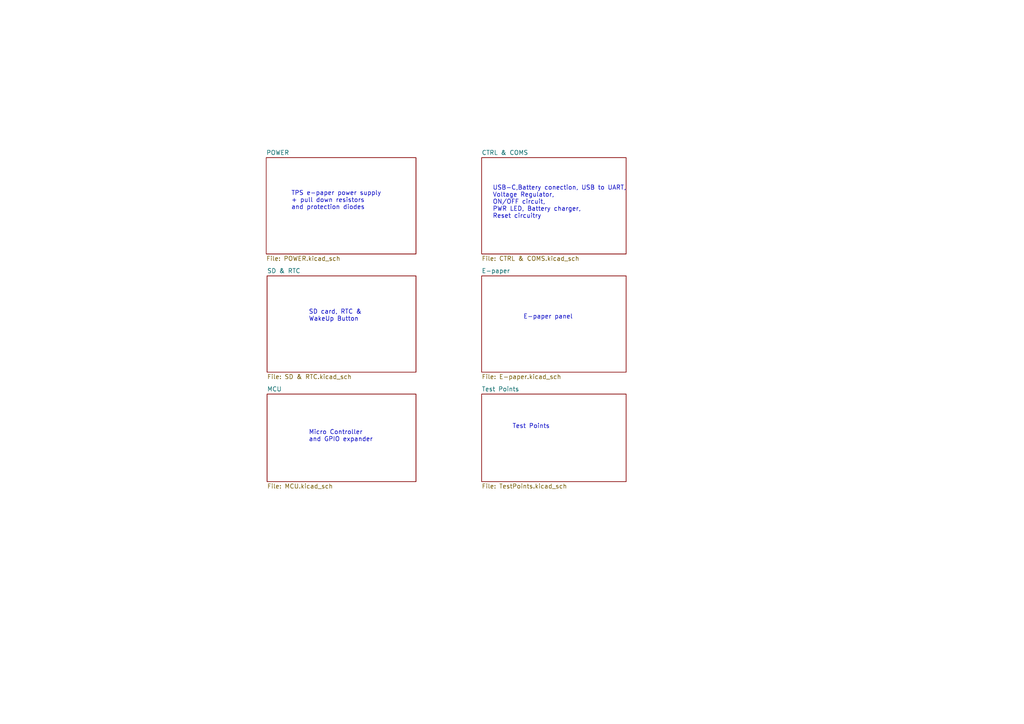
<source format=kicad_sch>
(kicad_sch (version 20211123) (generator eeschema)

  (uuid e63e39d7-6ac0-4ffd-8aa3-1841a4541b55)

  (paper "A4")

  (title_block
    (title "Soldered Inkplate 5 Gen2")
    (date "2024-05-27")
    (rev "V1.1.0")
    (company "SOLDERED")
    (comment 1 "333333")
  )

  (lib_symbols
  )


  (text "Test Points" (at 148.59 124.46 0)
    (effects (font (size 1.27 1.27)) (justify left bottom))
    (uuid 0a9de774-7f72-4e87-b4f6-6157388e155a)
  )
  (text "USB-C,Battery conection, USB to UART,\nVoltage Regulator, \nON/OFF circuit, \nPWR LED, Battery charger,\nReset circuitry"
    (at 142.875 63.5 0)
    (effects (font (size 1.27 1.27)) (justify left bottom))
    (uuid 15cb05f1-e523-415c-aac4-95a688f2ee48)
  )
  (text "SD card, RTC &\nWakeUp Button" (at 89.535 93.345 0)
    (effects (font (size 1.27 1.27)) (justify left bottom))
    (uuid 19c8f73c-c52a-4765-9516-9defc03adb31)
  )
  (text "Micro Controller \nand GPIO expander" (at 89.535 128.27 0)
    (effects (font (size 1.27 1.27)) (justify left bottom))
    (uuid 5e63b868-252d-4750-aa33-b9a59444f4ac)
  )
  (text "TPS e-paper power supply\n+ pull down resistors\nand protection diodes"
    (at 84.455 60.96 0)
    (effects (font (size 1.27 1.27)) (justify left bottom))
    (uuid a0a28fa4-b96b-4a66-a268-94b1e9e96d9a)
  )
  (text "E-paper panel" (at 151.765 92.71 0)
    (effects (font (size 1.27 1.27)) (justify left bottom))
    (uuid efafb1f6-4bcb-4f2b-8b14-93b678d16b6d)
  )

  (sheet (at 139.7 45.72) (size 41.91 27.94) (fields_autoplaced)
    (stroke (width 0.1524) (type solid) (color 0 0 0 0))
    (fill (color 0 0 0 0.0000))
    (uuid 69d6a600-8481-47e9-a8fb-347bae2d38c5)
    (property "Sheet name" "CTRL & COMS" (id 0) (at 139.7 45.0084 0)
      (effects (font (size 1.27 1.27)) (justify left bottom))
    )
    (property "Sheet file" "CTRL & COMS.kicad_sch" (id 1) (at 139.7 74.2446 0)
      (effects (font (size 1.27 1.27)) (justify left top))
    )
  )

  (sheet (at 77.47 114.3) (size 43.18 25.4) (fields_autoplaced)
    (stroke (width 0.1524) (type solid) (color 0 0 0 0))
    (fill (color 0 0 0 0.0000))
    (uuid 7f1adf82-7c80-4ebb-88ac-e056e62fc363)
    (property "Sheet name" "MCU" (id 0) (at 77.47 113.5884 0)
      (effects (font (size 1.27 1.27)) (justify left bottom))
    )
    (property "Sheet file" "MCU.kicad_sch" (id 1) (at 77.47 140.2846 0)
      (effects (font (size 1.27 1.27)) (justify left top))
    )
  )

  (sheet (at 139.7 80.01) (size 41.91 27.94) (fields_autoplaced)
    (stroke (width 0.1524) (type solid) (color 0 0 0 0))
    (fill (color 0 0 0 0.0000))
    (uuid c5bb8608-6be3-40a7-8097-0867d1dea5ee)
    (property "Sheet name" "E-paper" (id 0) (at 139.7 79.2984 0)
      (effects (font (size 1.27 1.27)) (justify left bottom))
    )
    (property "Sheet file" "E-paper.kicad_sch" (id 1) (at 139.7 108.5346 0)
      (effects (font (size 1.27 1.27)) (justify left top))
    )
  )

  (sheet (at 77.47 80.01) (size 43.18 27.94) (fields_autoplaced)
    (stroke (width 0.1524) (type solid) (color 0 0 0 0))
    (fill (color 0 0 0 0.0000))
    (uuid c9e520b8-4d22-4e49-b91c-58bb00e98bb0)
    (property "Sheet name" "SD & RTC" (id 0) (at 77.47 79.2984 0)
      (effects (font (size 1.27 1.27)) (justify left bottom))
    )
    (property "Sheet file" "SD & RTC.kicad_sch" (id 1) (at 77.47 108.5346 0)
      (effects (font (size 1.27 1.27)) (justify left top))
    )
  )

  (sheet (at 139.7 114.3) (size 41.91 25.4) (fields_autoplaced)
    (stroke (width 0.1524) (type solid) (color 0 0 0 0))
    (fill (color 0 0 0 0.0000))
    (uuid cfdb8465-34cf-4ca2-b40f-dcb9094a6c75)
    (property "Sheet name" "Test Points" (id 0) (at 139.7 113.5884 0)
      (effects (font (size 1.27 1.27)) (justify left bottom))
    )
    (property "Sheet file" "TestPoints.kicad_sch" (id 1) (at 139.7 140.2846 0)
      (effects (font (size 1.27 1.27)) (justify left top))
    )
  )

  (sheet (at 77.216 45.72) (size 43.434 27.94) (fields_autoplaced)
    (stroke (width 0.1524) (type solid) (color 0 0 0 0))
    (fill (color 0 0 0 0.0000))
    (uuid e4e20505-1208-4100-a4aa-676f50844c06)
    (property "Sheet name" "POWER" (id 0) (at 77.216 45.0084 0)
      (effects (font (size 1.27 1.27)) (justify left bottom))
    )
    (property "Sheet file" "POWER.kicad_sch" (id 1) (at 77.216 74.2446 0)
      (effects (font (size 1.27 1.27)) (justify left top))
    )
  )

  (sheet_instances
    (path "/" (page "1"))
    (path "/e4e20505-1208-4100-a4aa-676f50844c06" (page "2"))
    (path "/69d6a600-8481-47e9-a8fb-347bae2d38c5" (page "3"))
    (path "/c9e520b8-4d22-4e49-b91c-58bb00e98bb0" (page "4"))
    (path "/c5bb8608-6be3-40a7-8097-0867d1dea5ee" (page "5"))
    (path "/7f1adf82-7c80-4ebb-88ac-e056e62fc363" (page "6"))
    (path "/cfdb8465-34cf-4ca2-b40f-dcb9094a6c75" (page "7"))
  )

  (symbol_instances
    (path "/e4e20505-1208-4100-a4aa-676f50844c06/7dfadc2c-0002-4536-9a16-40d98cd244d0"
      (reference "#PWR01") (unit 1) (value "GND") (footprint "")
    )
    (path "/e4e20505-1208-4100-a4aa-676f50844c06/b2fb7a1b-c9ba-4acd-a02e-25484040900c"
      (reference "#PWR02") (unit 1) (value "VNEG") (footprint "")
    )
    (path "/e4e20505-1208-4100-a4aa-676f50844c06/b0c06db7-a576-4fd8-83c7-c014cc52b2d6"
      (reference "#PWR03") (unit 1) (value "GND") (footprint "")
    )
    (path "/e4e20505-1208-4100-a4aa-676f50844c06/fbb57290-3adc-4d24-918c-497402e97c67"
      (reference "#PWR04") (unit 1) (value "GND") (footprint "")
    )
    (path "/e4e20505-1208-4100-a4aa-676f50844c06/56cab98c-3eb1-41cd-bdf8-fa073613afc8"
      (reference "#PWR05") (unit 1) (value "3V3") (footprint "")
    )
    (path "/e4e20505-1208-4100-a4aa-676f50844c06/348b39ce-20d2-4f01-b3b8-e8bd5a2fc26e"
      (reference "#PWR06") (unit 1) (value "GND") (footprint "")
    )
    (path "/e4e20505-1208-4100-a4aa-676f50844c06/772b2560-c224-4933-9225-40be66422908"
      (reference "#PWR07") (unit 1) (value "VIN") (footprint "")
    )
    (path "/e4e20505-1208-4100-a4aa-676f50844c06/817cea77-3614-46eb-ac46-8f839c322ae1"
      (reference "#PWR08") (unit 1) (value "GND") (footprint "")
    )
    (path "/e4e20505-1208-4100-a4aa-676f50844c06/312b1e58-9b66-4b2d-a1b3-1fc15a2c69a6"
      (reference "#PWR09") (unit 1) (value "GND") (footprint "")
    )
    (path "/e4e20505-1208-4100-a4aa-676f50844c06/6ccd433d-6c2a-4816-b21d-4a0768a4b1bf"
      (reference "#PWR013") (unit 1) (value "GND") (footprint "")
    )
    (path "/e4e20505-1208-4100-a4aa-676f50844c06/0c990048-7035-4646-8b07-f79fbfddff62"
      (reference "#PWR016") (unit 1) (value "GND") (footprint "")
    )
    (path "/e4e20505-1208-4100-a4aa-676f50844c06/35c7b937-91fd-45b7-ba9b-d8002e5399af"
      (reference "#PWR017") (unit 1) (value "GND") (footprint "")
    )
    (path "/e4e20505-1208-4100-a4aa-676f50844c06/a4e658ae-75b3-4b98-a317-251aa26f5622"
      (reference "#PWR018") (unit 1) (value "VIN") (footprint "")
    )
    (path "/e4e20505-1208-4100-a4aa-676f50844c06/f33292b6-e256-451d-9bfa-7d07ba9e670f"
      (reference "#PWR019") (unit 1) (value "GND") (footprint "")
    )
    (path "/e4e20505-1208-4100-a4aa-676f50844c06/b62c4095-f1c0-47c0-a2a2-cdabd2346de9"
      (reference "#PWR020") (unit 1) (value "GND") (footprint "")
    )
    (path "/e4e20505-1208-4100-a4aa-676f50844c06/88948196-6a74-42af-a5e6-9dd2ac95ca88"
      (reference "#PWR021") (unit 1) (value "GND") (footprint "")
    )
    (path "/e4e20505-1208-4100-a4aa-676f50844c06/dc503621-5c1c-4419-bb7d-74fb82b8d8c5"
      (reference "#PWR022") (unit 1) (value "GND") (footprint "")
    )
    (path "/e4e20505-1208-4100-a4aa-676f50844c06/a818dbd6-8d05-4bed-8e76-065b136c4a97"
      (reference "#PWR023") (unit 1) (value "VIN") (footprint "")
    )
    (path "/e4e20505-1208-4100-a4aa-676f50844c06/61883613-061e-4067-9ab0-38640276cb65"
      (reference "#PWR024") (unit 1) (value "GND") (footprint "")
    )
    (path "/e4e20505-1208-4100-a4aa-676f50844c06/a4e9d70b-0682-4de7-a82a-24ad7fb3af1b"
      (reference "#PWR025") (unit 1) (value "VNEG") (footprint "")
    )
    (path "/e4e20505-1208-4100-a4aa-676f50844c06/cfed5c4e-149f-45c5-874a-d4efe242083a"
      (reference "#PWR026") (unit 1) (value "GND") (footprint "")
    )
    (path "/e4e20505-1208-4100-a4aa-676f50844c06/cb658bfb-bb44-442b-af68-cdf8168ed728"
      (reference "#PWR027") (unit 1) (value "VPOS") (footprint "")
    )
    (path "/e4e20505-1208-4100-a4aa-676f50844c06/0e1e548c-ec74-46cb-aa6e-5e8839149d3f"
      (reference "#PWR028") (unit 1) (value "GND") (footprint "")
    )
    (path "/e4e20505-1208-4100-a4aa-676f50844c06/93bf1c04-96c6-49e8-9a85-ee6cc4606fcb"
      (reference "#PWR029") (unit 1) (value "VDDH") (footprint "")
    )
    (path "/e4e20505-1208-4100-a4aa-676f50844c06/fb08eb4e-4d01-46b4-b939-0155c8ef8388"
      (reference "#PWR030") (unit 1) (value "GND") (footprint "")
    )
    (path "/e4e20505-1208-4100-a4aa-676f50844c06/bfb1d728-5367-4e16-a311-9bc76f3c8670"
      (reference "#PWR031") (unit 1) (value "GND") (footprint "")
    )
    (path "/e4e20505-1208-4100-a4aa-676f50844c06/d5ce9073-f652-421d-afde-0d7f90c33390"
      (reference "#PWR032") (unit 1) (value "GND") (footprint "")
    )
    (path "/e4e20505-1208-4100-a4aa-676f50844c06/5bd90a2c-0720-49d7-b471-8bd4be0104c6"
      (reference "#PWR033") (unit 1) (value "3V3-EINK") (footprint "")
    )
    (path "/e4e20505-1208-4100-a4aa-676f50844c06/f24191bb-7c3d-46c7-90d2-d6965006ff76"
      (reference "#PWR034") (unit 1) (value "3V3") (footprint "")
    )
    (path "/e4e20505-1208-4100-a4aa-676f50844c06/d28e5e59-d0f8-4887-a713-d142448c8207"
      (reference "#PWR035") (unit 1) (value "GND") (footprint "")
    )
    (path "/e4e20505-1208-4100-a4aa-676f50844c06/ec3b3a1b-bc30-4c1b-a40c-639e4fb72f82"
      (reference "#PWR036") (unit 1) (value "GND") (footprint "")
    )
    (path "/e4e20505-1208-4100-a4aa-676f50844c06/4d65018e-4d1b-43c4-a8bd-5faea86df2b4"
      (reference "#PWR037") (unit 1) (value "VEE") (footprint "")
    )
    (path "/e4e20505-1208-4100-a4aa-676f50844c06/72538cdb-e0ad-4023-af9b-841dcb620a41"
      (reference "#PWR038") (unit 1) (value "VPOS") (footprint "")
    )
    (path "/e4e20505-1208-4100-a4aa-676f50844c06/e11a3537-54f2-4cd9-a01e-8d25f34fd41b"
      (reference "#PWR039") (unit 1) (value "GND") (footprint "")
    )
    (path "/e4e20505-1208-4100-a4aa-676f50844c06/97c3dd92-a207-4078-9546-dd9a0d177665"
      (reference "#PWR041") (unit 1) (value "VDDH") (footprint "")
    )
    (path "/e4e20505-1208-4100-a4aa-676f50844c06/f5825cc6-95a9-4e27-8336-4f8229fc1924"
      (reference "#PWR042") (unit 1) (value "VEE") (footprint "")
    )
    (path "/e4e20505-1208-4100-a4aa-676f50844c06/09932d00-40d2-44f7-a7a8-9b4da70484c9"
      (reference "#PWR043") (unit 1) (value "3V3-EINK") (footprint "")
    )
    (path "/e4e20505-1208-4100-a4aa-676f50844c06/d3512588-edde-4735-a9a1-be9f02a7cc04"
      (reference "#PWR044") (unit 1) (value "GND") (footprint "")
    )
    (path "/e4e20505-1208-4100-a4aa-676f50844c06/4f31b0d0-0de7-4d85-a8da-1c8e3e9ff5fd"
      (reference "#PWR045") (unit 1) (value "GND") (footprint "")
    )
    (path "/e4e20505-1208-4100-a4aa-676f50844c06/3ce75223-3147-40f3-b47b-f7fa88e08c27"
      (reference "#PWR046") (unit 1) (value "VDDH") (footprint "")
    )
    (path "/e4e20505-1208-4100-a4aa-676f50844c06/63800a5c-5070-4e17-84b3-b1e9d7317ddc"
      (reference "#PWR047") (unit 1) (value "GND") (footprint "")
    )
    (path "/e4e20505-1208-4100-a4aa-676f50844c06/a0179d36-a12b-48cd-8026-953a422b4036"
      (reference "#PWR048") (unit 1) (value "GND") (footprint "")
    )
    (path "/e4e20505-1208-4100-a4aa-676f50844c06/c3d355e2-5a2e-4900-90d5-2140e7b8830b"
      (reference "#PWR049") (unit 1) (value "VNEG") (footprint "")
    )
    (path "/e4e20505-1208-4100-a4aa-676f50844c06/15726e40-44c3-4dfd-b1e6-c5949c00a75b"
      (reference "#PWR052") (unit 1) (value "VPOS") (footprint "")
    )
    (path "/e4e20505-1208-4100-a4aa-676f50844c06/eac88b9b-4226-43c7-9238-94c134da0ab1"
      (reference "#PWR053") (unit 1) (value "GND") (footprint "")
    )
    (path "/e4e20505-1208-4100-a4aa-676f50844c06/28c42959-8e72-4709-83e0-fbb99eade23c"
      (reference "#PWR054") (unit 1) (value "GND") (footprint "")
    )
    (path "/e4e20505-1208-4100-a4aa-676f50844c06/d4154f69-21c9-4af5-91b2-b8dea156200e"
      (reference "#PWR055") (unit 1) (value "VEE") (footprint "")
    )
    (path "/69d6a600-8481-47e9-a8fb-347bae2d38c5/b2a695af-25ba-4eb0-a441-1984f30ccba0"
      (reference "#PWR057") (unit 1) (value "GND") (footprint "")
    )
    (path "/69d6a600-8481-47e9-a8fb-347bae2d38c5/fda1e66e-cb21-4873-8e59-9bc8e0d8bb42"
      (reference "#PWR058") (unit 1) (value "GND") (footprint "")
    )
    (path "/69d6a600-8481-47e9-a8fb-347bae2d38c5/794d010b-cecc-45ec-935e-b541d28a3160"
      (reference "#PWR059") (unit 1) (value "VUSB") (footprint "")
    )
    (path "/69d6a600-8481-47e9-a8fb-347bae2d38c5/6ca59458-9d98-4252-bf71-ba7a4b4ad80b"
      (reference "#PWR060") (unit 1) (value "GND") (footprint "")
    )
    (path "/69d6a600-8481-47e9-a8fb-347bae2d38c5/e986af5a-850e-473c-9aef-a59b75a14c37"
      (reference "#PWR061") (unit 1) (value "3V3") (footprint "")
    )
    (path "/69d6a600-8481-47e9-a8fb-347bae2d38c5/c0690375-0200-4971-93f0-3ae5b1710cbd"
      (reference "#PWR062") (unit 1) (value "GND") (footprint "")
    )
    (path "/69d6a600-8481-47e9-a8fb-347bae2d38c5/79a53a66-d6da-4509-ad6c-4fc46c8a2abb"
      (reference "#PWR063") (unit 1) (value "GND") (footprint "")
    )
    (path "/69d6a600-8481-47e9-a8fb-347bae2d38c5/c1ee2421-efaf-4173-a22a-eb7490bcf68c"
      (reference "#PWR064") (unit 1) (value "GND") (footprint "")
    )
    (path "/69d6a600-8481-47e9-a8fb-347bae2d38c5/7daafdf3-4d36-4bc4-b85d-bde7d554df39"
      (reference "#PWR065") (unit 1) (value "GND") (footprint "")
    )
    (path "/69d6a600-8481-47e9-a8fb-347bae2d38c5/f24289e2-1926-4a3c-a4e8-dea780446ed2"
      (reference "#PWR066") (unit 1) (value "3V3") (footprint "")
    )
    (path "/69d6a600-8481-47e9-a8fb-347bae2d38c5/8f9eeee4-51b0-4b72-a2e9-70d2f39be213"
      (reference "#PWR067") (unit 1) (value "VUSB") (footprint "")
    )
    (path "/69d6a600-8481-47e9-a8fb-347bae2d38c5/a3756a9d-6481-4074-820d-8ac4963505f5"
      (reference "#PWR068") (unit 1) (value "GND") (footprint "")
    )
    (path "/69d6a600-8481-47e9-a8fb-347bae2d38c5/22fe1849-667b-42b4-b57d-b76dd31273f4"
      (reference "#PWR069") (unit 1) (value "3V3") (footprint "")
    )
    (path "/69d6a600-8481-47e9-a8fb-347bae2d38c5/7493c0ca-206c-4751-b3cf-b40e0dc8052d"
      (reference "#PWR070") (unit 1) (value "VBAT") (footprint "")
    )
    (path "/69d6a600-8481-47e9-a8fb-347bae2d38c5/1fcba04a-04ff-47b6-af3e-004c09332150"
      (reference "#PWR071") (unit 1) (value "GND") (footprint "")
    )
    (path "/69d6a600-8481-47e9-a8fb-347bae2d38c5/84ccc5fc-5f17-46e7-9e0f-3ba0159e17af"
      (reference "#PWR072") (unit 1) (value "3V3") (footprint "")
    )
    (path "/69d6a600-8481-47e9-a8fb-347bae2d38c5/233babc5-2ee1-4db1-a7ad-33f8202317a2"
      (reference "#PWR073") (unit 1) (value "VBAT") (footprint "")
    )
    (path "/69d6a600-8481-47e9-a8fb-347bae2d38c5/8e4676f4-a7b2-4bdc-bf12-6dc681be20b5"
      (reference "#PWR074") (unit 1) (value "GND") (footprint "")
    )
    (path "/69d6a600-8481-47e9-a8fb-347bae2d38c5/63d71a43-f911-45c6-9817-d937edb71f7d"
      (reference "#PWR075") (unit 1) (value "GND") (footprint "")
    )
    (path "/69d6a600-8481-47e9-a8fb-347bae2d38c5/6a6484c8-f517-42a3-8044-d2d0a9b9da24"
      (reference "#PWR076") (unit 1) (value "GND") (footprint "")
    )
    (path "/69d6a600-8481-47e9-a8fb-347bae2d38c5/a7ac6ce1-40d6-492a-abaf-1f5cc86c6d3c"
      (reference "#PWR077") (unit 1) (value "VBAT") (footprint "")
    )
    (path "/69d6a600-8481-47e9-a8fb-347bae2d38c5/ad600968-9357-48a0-a40e-24a8565b5585"
      (reference "#PWR078") (unit 1) (value "GND") (footprint "")
    )
    (path "/69d6a600-8481-47e9-a8fb-347bae2d38c5/1763115f-fae2-4ee1-8981-0b1012fd34bd"
      (reference "#PWR079") (unit 1) (value "VUSB") (footprint "")
    )
    (path "/69d6a600-8481-47e9-a8fb-347bae2d38c5/c600bae5-25d2-43d0-b251-51adaa7ce6da"
      (reference "#PWR080") (unit 1) (value "VIN") (footprint "")
    )
    (path "/69d6a600-8481-47e9-a8fb-347bae2d38c5/7910727d-39d3-4b46-9b56-1599782222fb"
      (reference "#PWR081") (unit 1) (value "GND") (footprint "")
    )
    (path "/69d6a600-8481-47e9-a8fb-347bae2d38c5/d3ee5e22-3226-4c44-8f80-fd50ea4805fb"
      (reference "#PWR082") (unit 1) (value "VBAT") (footprint "")
    )
    (path "/69d6a600-8481-47e9-a8fb-347bae2d38c5/3f7eec01-7c6d-40d0-a493-eb5deb42aad0"
      (reference "#PWR083") (unit 1) (value "3V3") (footprint "")
    )
    (path "/69d6a600-8481-47e9-a8fb-347bae2d38c5/0f0e1ede-1e4e-4f3e-9413-a314d81b9091"
      (reference "#PWR084") (unit 1) (value "GND") (footprint "")
    )
    (path "/69d6a600-8481-47e9-a8fb-347bae2d38c5/6c9b0223-a7b1-4906-be51-046fedf1a049"
      (reference "#PWR085") (unit 1) (value "GND") (footprint "")
    )
    (path "/69d6a600-8481-47e9-a8fb-347bae2d38c5/e2260907-3242-4a2c-8214-54471dc337bf"
      (reference "#PWR086") (unit 1) (value "GND") (footprint "")
    )
    (path "/69d6a600-8481-47e9-a8fb-347bae2d38c5/3c298ad4-3fce-4f13-b441-e518476b06e7"
      (reference "#PWR087") (unit 1) (value "GND") (footprint "")
    )
    (path "/69d6a600-8481-47e9-a8fb-347bae2d38c5/0f55eb9e-7459-424d-8e28-f97343d327ae"
      (reference "#PWR088") (unit 1) (value "GND") (footprint "")
    )
    (path "/69d6a600-8481-47e9-a8fb-347bae2d38c5/1b93141a-ea8f-4bae-8ad0-92389b5c0e0f"
      (reference "#PWR089") (unit 1) (value "VUSB") (footprint "")
    )
    (path "/69d6a600-8481-47e9-a8fb-347bae2d38c5/6181dcf2-1851-4bc7-b5e1-2843447c73c5"
      (reference "#PWR090") (unit 1) (value "GND") (footprint "")
    )
    (path "/69d6a600-8481-47e9-a8fb-347bae2d38c5/adefa11c-9675-4277-83aa-bb58cf1b1bf7"
      (reference "#PWR091") (unit 1) (value "3V3") (footprint "")
    )
    (path "/69d6a600-8481-47e9-a8fb-347bae2d38c5/c44f6c3c-ceef-4b05-ba95-84152a794611"
      (reference "#PWR093") (unit 1) (value "GND") (footprint "")
    )
    (path "/69d6a600-8481-47e9-a8fb-347bae2d38c5/8031ed06-1915-4444-aa3e-6197ddf11b9f"
      (reference "#PWR094") (unit 1) (value "VUSB") (footprint "")
    )
    (path "/69d6a600-8481-47e9-a8fb-347bae2d38c5/12786de7-876b-4a84-99cf-945cd18b26df"
      (reference "#PWR095") (unit 1) (value "GND") (footprint "")
    )
    (path "/69d6a600-8481-47e9-a8fb-347bae2d38c5/96ed472d-7f73-48fd-8259-a15a5fd2cc76"
      (reference "#PWR096") (unit 1) (value "VBAT") (footprint "")
    )
    (path "/69d6a600-8481-47e9-a8fb-347bae2d38c5/afd57a75-591e-4e07-88f8-29b0343b79d9"
      (reference "#PWR097") (unit 1) (value "GND") (footprint "")
    )
    (path "/69d6a600-8481-47e9-a8fb-347bae2d38c5/973fde48-8bd9-490e-b99f-a1612a400866"
      (reference "#PWR098") (unit 1) (value "VIN") (footprint "")
    )
    (path "/69d6a600-8481-47e9-a8fb-347bae2d38c5/8bd00843-7d03-4a8e-98bc-d8339b4be076"
      (reference "#PWR099") (unit 1) (value "GND") (footprint "")
    )
    (path "/69d6a600-8481-47e9-a8fb-347bae2d38c5/416e01b3-d490-4e69-b6b1-a0648b78cedf"
      (reference "#PWR0100") (unit 1) (value "VIN") (footprint "")
    )
    (path "/69d6a600-8481-47e9-a8fb-347bae2d38c5/8b20d57f-9bca-4f77-b74f-7f30c16292f7"
      (reference "#PWR0101") (unit 1) (value "GND") (footprint "")
    )
    (path "/69d6a600-8481-47e9-a8fb-347bae2d38c5/f60dec42-95a7-4d48-9d19-cacc89700dbd"
      (reference "#PWR0102") (unit 1) (value "GND") (footprint "")
    )
    (path "/69d6a600-8481-47e9-a8fb-347bae2d38c5/3bbf35c3-cbdb-447d-904e-a960a318898a"
      (reference "#PWR0103") (unit 1) (value "GND") (footprint "")
    )
    (path "/69d6a600-8481-47e9-a8fb-347bae2d38c5/cdb6eb29-1299-47dd-bef1-b195b0557ed0"
      (reference "#PWR0104") (unit 1) (value "3V3") (footprint "")
    )
    (path "/69d6a600-8481-47e9-a8fb-347bae2d38c5/e502efa5-7093-458c-9a4a-6405397e8895"
      (reference "#PWR0105") (unit 1) (value "GND") (footprint "")
    )
    (path "/c9e520b8-4d22-4e49-b91c-58bb00e98bb0/261b88f1-86fe-4548-b3a3-94e40b7b4dd0"
      (reference "#PWR0106") (unit 1) (value "GND") (footprint "")
    )
    (path "/c9e520b8-4d22-4e49-b91c-58bb00e98bb0/74a70ca2-53da-4e85-b9a2-4762bfdaaa8c"
      (reference "#PWR0107") (unit 1) (value "3V3") (footprint "")
    )
    (path "/c9e520b8-4d22-4e49-b91c-58bb00e98bb0/4a2140c0-e226-47db-a2b6-a36fdc1dad15"
      (reference "#PWR0108") (unit 1) (value "GND") (footprint "")
    )
    (path "/c9e520b8-4d22-4e49-b91c-58bb00e98bb0/1dac631a-b30f-4cf7-b567-54fe3f906b18"
      (reference "#PWR0109") (unit 1) (value "3V3") (footprint "")
    )
    (path "/69d6a600-8481-47e9-a8fb-347bae2d38c5/01dcb27d-45f3-459a-b345-ce7dc1968ddf"
      (reference "#PWR0110") (unit 1) (value "GND") (footprint "")
    )
    (path "/c9e520b8-4d22-4e49-b91c-58bb00e98bb0/f9d26ad9-b9d3-4652-95c0-952963cbb470"
      (reference "#PWR0111") (unit 1) (value "3V3") (footprint "")
    )
    (path "/c9e520b8-4d22-4e49-b91c-58bb00e98bb0/f46b016e-980e-48c1-aeb3-df65179c9a50"
      (reference "#PWR0112") (unit 1) (value "GND") (footprint "")
    )
    (path "/c9e520b8-4d22-4e49-b91c-58bb00e98bb0/3e0cf18a-71ff-44c4-9053-607b14451ad7"
      (reference "#PWR0113") (unit 1) (value "GND") (footprint "")
    )
    (path "/c9e520b8-4d22-4e49-b91c-58bb00e98bb0/f6da2438-2710-47b4-92ab-8986a248d550"
      (reference "#PWR0114") (unit 1) (value "GND") (footprint "")
    )
    (path "/c9e520b8-4d22-4e49-b91c-58bb00e98bb0/fdb3a384-4b00-4074-9d1f-19f7dbfd6958"
      (reference "#PWR0115") (unit 1) (value "3V3") (footprint "")
    )
    (path "/c9e520b8-4d22-4e49-b91c-58bb00e98bb0/40330fe1-804d-40b0-a144-157df399d184"
      (reference "#PWR0116") (unit 1) (value "GND") (footprint "")
    )
    (path "/c9e520b8-4d22-4e49-b91c-58bb00e98bb0/66861fdf-412c-416c-8173-0a2a2e3d1789"
      (reference "#PWR0117") (unit 1) (value "GND") (footprint "")
    )
    (path "/c5bb8608-6be3-40a7-8097-0867d1dea5ee/524ea26e-f4a7-496d-b84b-727b548bb741"
      (reference "#PWR0118") (unit 1) (value "GND") (footprint "")
    )
    (path "/c5bb8608-6be3-40a7-8097-0867d1dea5ee/9c6a1e6c-9763-4e93-a370-ef85237a05a5"
      (reference "#PWR0119") (unit 1) (value "GND") (footprint "")
    )
    (path "/c5bb8608-6be3-40a7-8097-0867d1dea5ee/e8fef90b-127b-4009-ab58-60e15d7b35ac"
      (reference "#PWR0120") (unit 1) (value "3V3-EINK") (footprint "")
    )
    (path "/c5bb8608-6be3-40a7-8097-0867d1dea5ee/7e4de5ee-78fa-4686-bd7d-3205c348cee1"
      (reference "#PWR0121") (unit 1) (value "VNEG") (footprint "")
    )
    (path "/c5bb8608-6be3-40a7-8097-0867d1dea5ee/89fec8be-929d-4947-95d8-a43aafe98925"
      (reference "#PWR0122") (unit 1) (value "GND") (footprint "")
    )
    (path "/c5bb8608-6be3-40a7-8097-0867d1dea5ee/488c7f70-791d-49eb-8c5a-fafb954dd4b7"
      (reference "#PWR0123") (unit 1) (value "VDDH") (footprint "")
    )
    (path "/c5bb8608-6be3-40a7-8097-0867d1dea5ee/4257ad4f-e811-4e3d-86e9-891d11872872"
      (reference "#PWR0124") (unit 1) (value "GND") (footprint "")
    )
    (path "/c5bb8608-6be3-40a7-8097-0867d1dea5ee/0cee8a7e-7ced-4a3a-8968-14a87ae145f7"
      (reference "#PWR0125") (unit 1) (value "GND") (footprint "")
    )
    (path "/c5bb8608-6be3-40a7-8097-0867d1dea5ee/46cab781-d8cc-4995-ae5f-94d2cfef50c7"
      (reference "#PWR0126") (unit 1) (value "VPOS") (footprint "")
    )
    (path "/c5bb8608-6be3-40a7-8097-0867d1dea5ee/18679e71-a949-4471-9474-74e4e08bebe2"
      (reference "#PWR0127") (unit 1) (value "GND") (footprint "")
    )
    (path "/c5bb8608-6be3-40a7-8097-0867d1dea5ee/bb7adf3a-87ec-4f38-ba42-dfe56e2a83aa"
      (reference "#PWR0128") (unit 1) (value "VEE") (footprint "")
    )
    (path "/c5bb8608-6be3-40a7-8097-0867d1dea5ee/ec26cfda-c3b3-4627-b129-9442cc224d59"
      (reference "#PWR0129") (unit 1) (value "GND") (footprint "")
    )
    (path "/c5bb8608-6be3-40a7-8097-0867d1dea5ee/e13cd1d3-27bd-4103-b1c0-7d6baa4fbb30"
      (reference "#PWR0130") (unit 1) (value "GND") (footprint "")
    )
    (path "/c5bb8608-6be3-40a7-8097-0867d1dea5ee/2eb4a451-30b3-44af-8d99-05f49eb700c5"
      (reference "#PWR0131") (unit 1) (value "3V3-EINK") (footprint "")
    )
    (path "/c5bb8608-6be3-40a7-8097-0867d1dea5ee/9734a96f-5551-43da-9a57-de9b0050a207"
      (reference "#PWR0132") (unit 1) (value "GND") (footprint "")
    )
    (path "/c5bb8608-6be3-40a7-8097-0867d1dea5ee/be90cb78-a7ac-4e54-86a9-63c6fbfa4ae0"
      (reference "#PWR0133") (unit 1) (value "3V3-EINK") (footprint "")
    )
    (path "/c5bb8608-6be3-40a7-8097-0867d1dea5ee/38823c36-e0ed-4070-86a5-46e652097b3c"
      (reference "#PWR0134") (unit 1) (value "VNEG") (footprint "")
    )
    (path "/c5bb8608-6be3-40a7-8097-0867d1dea5ee/9bde2689-20bf-452f-9985-36ea952625b4"
      (reference "#PWR0135") (unit 1) (value "VPOS") (footprint "")
    )
    (path "/c5bb8608-6be3-40a7-8097-0867d1dea5ee/aceae7d5-963b-405a-b37f-1ce29a28a0d9"
      (reference "#PWR0136") (unit 1) (value "VEE") (footprint "")
    )
    (path "/c5bb8608-6be3-40a7-8097-0867d1dea5ee/3aab7f8f-6873-42e1-9e3d-f0ecdad7bce8"
      (reference "#PWR0137") (unit 1) (value "GND") (footprint "")
    )
    (path "/c5bb8608-6be3-40a7-8097-0867d1dea5ee/efe071c0-e557-4387-b8a2-092ca7049bf8"
      (reference "#PWR0138") (unit 1) (value "GND") (footprint "")
    )
    (path "/c5bb8608-6be3-40a7-8097-0867d1dea5ee/f3cca317-130c-4055-8190-a03cb049149f"
      (reference "#PWR0139") (unit 1) (value "GND") (footprint "")
    )
    (path "/c5bb8608-6be3-40a7-8097-0867d1dea5ee/4c7b57c2-912a-4648-b45e-0dbc50b8f14f"
      (reference "#PWR0140") (unit 1) (value "GND") (footprint "")
    )
    (path "/c5bb8608-6be3-40a7-8097-0867d1dea5ee/112d5d25-80db-4eaa-b466-fbbd9ba4b9dd"
      (reference "#PWR0141") (unit 1) (value "GND") (footprint "")
    )
    (path "/c5bb8608-6be3-40a7-8097-0867d1dea5ee/26f09cae-6c33-4f36-b70a-58e23159d2d8"
      (reference "#PWR0142") (unit 1) (value "GND") (footprint "")
    )
    (path "/c5bb8608-6be3-40a7-8097-0867d1dea5ee/e6bd5652-9470-452d-92ca-420aa634882e"
      (reference "#PWR0143") (unit 1) (value "3V3-EINK") (footprint "")
    )
    (path "/c5bb8608-6be3-40a7-8097-0867d1dea5ee/b8de7eee-ad63-438e-a521-b77655e26fb8"
      (reference "#PWR0144") (unit 1) (value "VDDH") (footprint "")
    )
    (path "/7f1adf82-7c80-4ebb-88ac-e056e62fc363/45e2074e-0841-41d4-9855-9653e251d1b4"
      (reference "#PWR0145") (unit 1) (value "3V3") (footprint "")
    )
    (path "/7f1adf82-7c80-4ebb-88ac-e056e62fc363/1cfab0b7-c993-4045-8b89-24fc8290fce4"
      (reference "#PWR0146") (unit 1) (value "GND") (footprint "")
    )
    (path "/7f1adf82-7c80-4ebb-88ac-e056e62fc363/3335ee41-8e35-410c-b895-f4e122639b9b"
      (reference "#PWR0147") (unit 1) (value "GND") (footprint "")
    )
    (path "/7f1adf82-7c80-4ebb-88ac-e056e62fc363/cf45192f-20ae-4456-abde-23cc637b41f1"
      (reference "#PWR0148") (unit 1) (value "3V3") (footprint "")
    )
    (path "/7f1adf82-7c80-4ebb-88ac-e056e62fc363/255c5630-23f6-4b43-b8ab-6e608cfbeba9"
      (reference "#PWR0149") (unit 1) (value "GND") (footprint "")
    )
    (path "/7f1adf82-7c80-4ebb-88ac-e056e62fc363/327e2e0b-e6ea-473a-842d-69122d095de9"
      (reference "#PWR0150") (unit 1) (value "GND") (footprint "")
    )
    (path "/7f1adf82-7c80-4ebb-88ac-e056e62fc363/80cad4a3-25e4-42a2-bb3c-f03d6915b77f"
      (reference "#PWR0151") (unit 1) (value "3V3") (footprint "")
    )
    (path "/7f1adf82-7c80-4ebb-88ac-e056e62fc363/a410354a-8a01-4094-8e82-6a5c03794176"
      (reference "#PWR0152") (unit 1) (value "GND") (footprint "")
    )
    (path "/7f1adf82-7c80-4ebb-88ac-e056e62fc363/0c216f53-90cc-4c42-b102-158b40877ca2"
      (reference "#PWR0153") (unit 1) (value "3V3") (footprint "")
    )
    (path "/7f1adf82-7c80-4ebb-88ac-e056e62fc363/b070d54f-2012-4765-b755-30fb62b777c1"
      (reference "#PWR0154") (unit 1) (value "GND") (footprint "")
    )
    (path "/7f1adf82-7c80-4ebb-88ac-e056e62fc363/8459e90b-491a-40d2-b839-38ade384dbdd"
      (reference "#PWR0155") (unit 1) (value "3V3") (footprint "")
    )
    (path "/7f1adf82-7c80-4ebb-88ac-e056e62fc363/c7644593-c099-40fd-b762-59b498329944"
      (reference "#PWR0156") (unit 1) (value "GND") (footprint "")
    )
    (path "/7f1adf82-7c80-4ebb-88ac-e056e62fc363/ea10d4a3-4e75-4c2d-a099-0d84368a6293"
      (reference "#PWR0157") (unit 1) (value "3V3") (footprint "")
    )
    (path "/7f1adf82-7c80-4ebb-88ac-e056e62fc363/da9da075-5f7b-469b-aefd-48012defdd4b"
      (reference "#PWR0158") (unit 1) (value "GND") (footprint "")
    )
    (path "/c5bb8608-6be3-40a7-8097-0867d1dea5ee/5bce41d0-864c-4ad0-b1ca-2050e9c3aff9"
      (reference "#PWR0159") (unit 1) (value "GND") (footprint "")
    )
    (path "/7f1adf82-7c80-4ebb-88ac-e056e62fc363/f171e624-7282-4f3f-8c83-28e1905008a1"
      (reference "#PWR0160") (unit 1) (value "3V3") (footprint "")
    )
    (path "/cfdb8465-34cf-4ca2-b40f-dcb9094a6c75/011c8169-e4de-45eb-8ab1-459088d155be"
      (reference "#PWR0176") (unit 1) (value "VUSB") (footprint "")
    )
    (path "/cfdb8465-34cf-4ca2-b40f-dcb9094a6c75/22d464c6-72d8-4902-9692-dba24d8c5eeb"
      (reference "#PWR0177") (unit 1) (value "VIN") (footprint "")
    )
    (path "/cfdb8465-34cf-4ca2-b40f-dcb9094a6c75/028b99d2-422b-4a47-abdf-987039c0dcc1"
      (reference "#PWR0178") (unit 1) (value "3V3") (footprint "")
    )
    (path "/cfdb8465-34cf-4ca2-b40f-dcb9094a6c75/769d8f52-ab80-4943-acd8-9a2be6ee429f"
      (reference "#PWR0179") (unit 1) (value "GND") (footprint "")
    )
    (path "/cfdb8465-34cf-4ca2-b40f-dcb9094a6c75/0e854bd5-50e2-45a1-b397-3574d864d2f3"
      (reference "#PWR0180") (unit 1) (value "GND") (footprint "")
    )
    (path "/cfdb8465-34cf-4ca2-b40f-dcb9094a6c75/3225a985-25e1-4e68-8e6d-a9aec8be9a4f"
      (reference "#PWR0181") (unit 1) (value "VIN") (footprint "")
    )
    (path "/cfdb8465-34cf-4ca2-b40f-dcb9094a6c75/a721fc95-5c66-423a-8069-ad249f2f4b49"
      (reference "#PWR0182") (unit 1) (value "3V3") (footprint "")
    )
    (path "/cfdb8465-34cf-4ca2-b40f-dcb9094a6c75/ccc40c2b-ec11-4f92-a299-5750ca74f9b1"
      (reference "#PWR0183") (unit 1) (value "VNEG") (footprint "")
    )
    (path "/cfdb8465-34cf-4ca2-b40f-dcb9094a6c75/3fbd4f02-aac1-426d-85aa-589040bf073e"
      (reference "#PWR0184") (unit 1) (value "VPOS") (footprint "")
    )
    (path "/cfdb8465-34cf-4ca2-b40f-dcb9094a6c75/ac0509d6-63db-4c5d-9f6a-a45f3da3545b"
      (reference "#PWR0185") (unit 1) (value "VEE") (footprint "")
    )
    (path "/cfdb8465-34cf-4ca2-b40f-dcb9094a6c75/4fff6984-ab62-4847-b8ae-8b4095c7ed2c"
      (reference "#PWR0186") (unit 1) (value "VDDH") (footprint "")
    )
    (path "/cfdb8465-34cf-4ca2-b40f-dcb9094a6c75/ecc79c7a-fc41-43e1-ae6c-5164946604e7"
      (reference "#PWR0187") (unit 1) (value "3V3-EINK") (footprint "")
    )
    (path "/cfdb8465-34cf-4ca2-b40f-dcb9094a6c75/0e6e502f-87ee-4525-9551-e5ab57d05329"
      (reference "#PWR0188") (unit 1) (value "GND") (footprint "")
    )
    (path "/cfdb8465-34cf-4ca2-b40f-dcb9094a6c75/f80c3cfa-4848-413b-a831-326fefccf1c5"
      (reference "#PWR0189") (unit 1) (value "VBAT") (footprint "")
    )
    (path "/cfdb8465-34cf-4ca2-b40f-dcb9094a6c75/7c02fe6a-a6f7-49e4-ac8a-81bb6f4cc4f6"
      (reference "#PWR0190") (unit 1) (value "GND") (footprint "")
    )
    (path "/cfdb8465-34cf-4ca2-b40f-dcb9094a6c75/de3e4078-22dc-40a0-9990-8de03b489dba"
      (reference "#PWR0191") (unit 1) (value "3V3") (footprint "")
    )
    (path "/cfdb8465-34cf-4ca2-b40f-dcb9094a6c75/850bbeb6-9d7d-4cbc-a6db-abaa8f0ae080"
      (reference "#PWR0192") (unit 1) (value "GND") (footprint "")
    )
    (path "/cfdb8465-34cf-4ca2-b40f-dcb9094a6c75/130bfb9e-2369-464c-907f-d5410c6ab94e"
      (reference "#PWR0193") (unit 1) (value "GND") (footprint "")
    )
    (path "/e4e20505-1208-4100-a4aa-676f50844c06/b5c982b8-42bf-46d3-8d37-9f6cd5db17ab"
      (reference "C1") (unit 1) (value "4u7-TMK212AB7475KG-T") (footprint "e-radionica.com footprinti:0805C")
    )
    (path "/e4e20505-1208-4100-a4aa-676f50844c06/0b71d1a0-f7f1-4898-a4ea-edf5332f8ca7"
      (reference "C2") (unit 1) (value "4u7-TMK212AB7475KG-T") (footprint "e-radionica.com footprinti:0805C")
    )
    (path "/e4e20505-1208-4100-a4aa-676f50844c06/011a5828-4c3c-4dde-9bdb-284a3f3c4a43"
      (reference "C3") (unit 1) (value "4u7-TMK212AB7475KG-T") (footprint "e-radionica.com footprinti:0805C")
    )
    (path "/e4e20505-1208-4100-a4aa-676f50844c06/56d2c581-0e1d-4968-9265-81ebcc2ced46"
      (reference "C4") (unit 1) (value "4u7-TMK212AB7475KG-T") (footprint "e-radionica.com footprinti:0805C")
    )
    (path "/e4e20505-1208-4100-a4aa-676f50844c06/e7e1dfac-c1af-406d-9f8e-6fde94e0102c"
      (reference "C5") (unit 1) (value "10u-GRM188R61E106KA73J") (footprint "e-radionica.com footprinti:0603C")
    )
    (path "/e4e20505-1208-4100-a4aa-676f50844c06/e174db42-2133-4bde-8bf0-5dfc27789f4d"
      (reference "C6") (unit 1) (value "4u7-TMK212AB7475KG-T") (footprint "e-radionica.com footprinti:0805C")
    )
    (path "/e4e20505-1208-4100-a4aa-676f50844c06/fa74e58b-1d1f-4c19-a9e0-9a5b12093d6c"
      (reference "C7") (unit 1) (value "4u7-TMK212AB7475KG-T") (footprint "e-radionica.com footprinti:0805C")
    )
    (path "/e4e20505-1208-4100-a4aa-676f50844c06/48573f01-35ca-4940-a0fb-37a7195d04a8"
      (reference "C8") (unit 1) (value "10u-GRM188R61E106KA73J") (footprint "e-radionica.com footprinti:0603C")
    )
    (path "/e4e20505-1208-4100-a4aa-676f50844c06/80f86dbb-173a-407f-b1a5-5b28f6434658"
      (reference "C9") (unit 1) (value "4u7-TMK212AB7475KG-T") (footprint "e-radionica.com footprinti:0805C")
    )
    (path "/e4e20505-1208-4100-a4aa-676f50844c06/8ae499bf-fd09-4ee4-b80a-645a7ba044dd"
      (reference "C10") (unit 1) (value "10u-GRM188R61E106KA73J") (footprint "e-radionica.com footprinti:0603C")
    )
    (path "/e4e20505-1208-4100-a4aa-676f50844c06/116d155f-066d-4394-8897-f470a7ea739b"
      (reference "C11") (unit 1) (value "4u7-TMK212AB7475KG-T") (footprint "e-radionica.com footprinti:0805C")
    )
    (path "/e4e20505-1208-4100-a4aa-676f50844c06/d1e483df-ea1d-4033-835a-7e444a60718e"
      (reference "C12") (unit 1) (value "4u7-TMK212AB7475KG-T") (footprint "e-radionica.com footprinti:0805C")
    )
    (path "/e4e20505-1208-4100-a4aa-676f50844c06/fd4c7d1c-8c57-45d5-ae7b-8381a3e73b19"
      (reference "C13") (unit 1) (value "4u7-TMK212AB7475KG-T") (footprint "e-radionica.com footprinti:0805C")
    )
    (path "/e4e20505-1208-4100-a4aa-676f50844c06/879dcbdf-30dc-4f81-b637-1fd4000b50f1"
      (reference "C14") (unit 1) (value "2u2-GRM188R61E225MA12D") (footprint "e-radionica.com footprinti:0603C")
    )
    (path "/e4e20505-1208-4100-a4aa-676f50844c06/8b92f201-07d8-4821-a7c1-053fe8198e60"
      (reference "C15") (unit 1) (value "2u2-GRM188R61E225MA12D") (footprint "e-radionica.com footprinti:0603C")
    )
    (path "/e4e20505-1208-4100-a4aa-676f50844c06/56a51644-b55f-492b-aa38-d2c3e210984a"
      (reference "C16") (unit 1) (value "10n-AC0603KRX7R8BB103") (footprint "e-radionica.com footprinti:0603C")
    )
    (path "/e4e20505-1208-4100-a4aa-676f50844c06/f0ad63ea-1ab9-4134-81c2-eb508b42ee41"
      (reference "C17") (unit 1) (value "10n-AC0603KRX7R8BB103") (footprint "e-radionica.com footprinti:0603C")
    )
    (path "/e4e20505-1208-4100-a4aa-676f50844c06/077c7713-5f8a-46ad-9e1e-0a158b076dfa"
      (reference "C18") (unit 1) (value "100n-AC0603KRX7R8BB104") (footprint "e-radionica.com footprinti:0603C")
    )
    (path "/e4e20505-1208-4100-a4aa-676f50844c06/2bc709a0-58c7-4027-bd09-68d5e2408c67"
      (reference "C19") (unit 1) (value "100n-AC0603KRX7R8BB104") (footprint "e-radionica.com footprinti:0603C")
    )
    (path "/69d6a600-8481-47e9-a8fb-347bae2d38c5/0bc5839a-a487-4efb-aa39-bed37a5da9b7"
      (reference "C20") (unit 1) (value "100n") (footprint "e-radionica.com footprinti:0603C")
    )
    (path "/69d6a600-8481-47e9-a8fb-347bae2d38c5/8a495172-7daf-4d82-aaae-78e459663ba0"
      (reference "C21") (unit 1) (value "10u") (footprint "e-radionica.com footprinti:1206C")
    )
    (path "/69d6a600-8481-47e9-a8fb-347bae2d38c5/af499b18-9a2c-4b35-83f8-d6915e31edb6"
      (reference "C22") (unit 1) (value "100n") (footprint "e-radionica.com footprinti:0603C")
    )
    (path "/69d6a600-8481-47e9-a8fb-347bae2d38c5/26ca0038-362b-4834-bd4a-1a9e7bfd9a8c"
      (reference "C23") (unit 1) (value "100n") (footprint "e-radionica.com footprinti:0603C")
    )
    (path "/69d6a600-8481-47e9-a8fb-347bae2d38c5/398bdaee-0127-49c4-b754-c27cfb81ac16"
      (reference "C24") (unit 1) (value "DNP") (footprint "e-radionica.com footprinti:2917C")
    )
    (path "/69d6a600-8481-47e9-a8fb-347bae2d38c5/c7a6551e-8ec3-4462-a291-bcc0d151fc0e"
      (reference "C25") (unit 1) (value "2u2") (footprint "e-radionica.com footprinti:0603C")
    )
    (path "/69d6a600-8481-47e9-a8fb-347bae2d38c5/30ac94c4-ab1b-41f7-b9d0-bb364954b2da"
      (reference "C26") (unit 1) (value "2u2") (footprint "e-radionica.com footprinti:0603C")
    )
    (path "/69d6a600-8481-47e9-a8fb-347bae2d38c5/c2b9c0a0-dd63-47cc-9f58-103368feb3bf"
      (reference "C27") (unit 1) (value "10u") (footprint "e-radionica.com footprinti:1206C")
    )
    (path "/69d6a600-8481-47e9-a8fb-347bae2d38c5/f3d65b2f-ab51-45d6-9841-2827acac6e5a"
      (reference "C28") (unit 1) (value "2u2") (footprint "e-radionica.com footprinti:0603C")
    )
    (path "/69d6a600-8481-47e9-a8fb-347bae2d38c5/c00f4bcc-d363-4c75-8659-7e311a518784"
      (reference "C29") (unit 1) (value "100n") (footprint "e-radionica.com footprinti:0603C")
    )
    (path "/69d6a600-8481-47e9-a8fb-347bae2d38c5/d0472e8e-140f-4805-b8ff-dac7f3478a55"
      (reference "C30") (unit 1) (value "100n") (footprint "e-radionica.com footprinti:0603C")
    )
    (path "/69d6a600-8481-47e9-a8fb-347bae2d38c5/b1c594f5-51c5-4fec-a457-0da3522aa749"
      (reference "C31") (unit 1) (value "2u2") (footprint "e-radionica.com footprinti:0603C")
    )
    (path "/69d6a600-8481-47e9-a8fb-347bae2d38c5/65774e10-d824-4eb0-a1b6-22369af80851"
      (reference "C32") (unit 1) (value "100n") (footprint "e-radionica.com footprinti:0603C")
    )
    (path "/69d6a600-8481-47e9-a8fb-347bae2d38c5/33ce2287-b6e6-4858-87ba-5946a1f58fdf"
      (reference "C33") (unit 1) (value "100n") (footprint "e-radionica.com footprinti:0603C")
    )
    (path "/c9e520b8-4d22-4e49-b91c-58bb00e98bb0/23439339-1009-42c7-a90f-23514b31ff5b"
      (reference "C34") (unit 1) (value "12p") (footprint "e-radionica.com footprinti:0603C")
    )
    (path "/c9e520b8-4d22-4e49-b91c-58bb00e98bb0/cfef7f14-b376-488b-bd8b-c31c37d23bd2"
      (reference "C35") (unit 1) (value "12p") (footprint "e-radionica.com footprinti:0603C")
    )
    (path "/c9e520b8-4d22-4e49-b91c-58bb00e98bb0/59408ada-6543-42d2-a11b-cf17bab05110"
      (reference "C36") (unit 1) (value "100n") (footprint "e-radionica.com footprinti:0603C")
    )
    (path "/c9e520b8-4d22-4e49-b91c-58bb00e98bb0/82fa3cb3-98f8-4f06-9884-13e9e1de7fce"
      (reference "C37") (unit 1) (value "2u2") (footprint "e-radionica.com footprinti:0603C")
    )
    (path "/c9e520b8-4d22-4e49-b91c-58bb00e98bb0/82b471ec-066d-4622-baa4-0f6bd5389b31"
      (reference "C38") (unit 1) (value "100n") (footprint "e-radionica.com footprinti:0603C")
    )
    (path "/c9e520b8-4d22-4e49-b91c-58bb00e98bb0/2d60ac45-0fc6-4b5e-b3d8-730f9ea513b8"
      (reference "C39") (unit 1) (value "100n") (footprint "e-radionica.com footprinti:0603C")
    )
    (path "/c5bb8608-6be3-40a7-8097-0867d1dea5ee/d199289d-b5d8-4137-bd18-9d5843abce0e"
      (reference "C40") (unit 1) (value "100p") (footprint "e-radionica.com footprinti:0603C")
    )
    (path "/c5bb8608-6be3-40a7-8097-0867d1dea5ee/5d225584-0798-4bdc-a5f5-97f6e7794705"
      (reference "C41") (unit 1) (value "100n") (footprint "e-radionica.com footprinti:0603C")
    )
    (path "/c5bb8608-6be3-40a7-8097-0867d1dea5ee/365e561e-8eaf-4c65-b4e3-ac5671caa4a6"
      (reference "C42") (unit 1) (value "4u7-TMK212AB7475KG-T") (footprint "e-radionica.com footprinti:0805C")
    )
    (path "/c5bb8608-6be3-40a7-8097-0867d1dea5ee/1ede3a53-4922-4ad6-8e7e-9c1bd0be7b58"
      (reference "C43") (unit 1) (value "4u7-TMK212AB7475KG-T") (footprint "e-radionica.com footprinti:0805C")
    )
    (path "/c5bb8608-6be3-40a7-8097-0867d1dea5ee/191b4f6e-f463-4fb9-a665-39346dd791c5"
      (reference "C44") (unit 1) (value "4u7-TMK212AB7475KG-T") (footprint "e-radionica.com footprinti:0805C")
    )
    (path "/c5bb8608-6be3-40a7-8097-0867d1dea5ee/aab6dee5-4f04-4534-b5ff-04a45eecd463"
      (reference "C45") (unit 1) (value "4u7-TMK212AB7475KG-T") (footprint "e-radionica.com footprinti:0805C")
    )
    (path "/c5bb8608-6be3-40a7-8097-0867d1dea5ee/cfc69da9-0d8c-4e2e-9da1-bcd08e6e2e5f"
      (reference "C46") (unit 1) (value "4u7-TMK212AB7475KG-T") (footprint "e-radionica.com footprinti:0805C")
    )
    (path "/c5bb8608-6be3-40a7-8097-0867d1dea5ee/af42853d-ef7a-4a39-9a41-3e0b6307de5a"
      (reference "C47") (unit 1) (value "4u7") (footprint "e-radionica.com footprinti:0603C")
    )
    (path "/c5bb8608-6be3-40a7-8097-0867d1dea5ee/ca273bfb-cba2-4e44-983c-ba1e94e8e5d0"
      (reference "C48") (unit 1) (value "100n") (footprint "e-radionica.com footprinti:0603C")
    )
    (path "/c5bb8608-6be3-40a7-8097-0867d1dea5ee/9e7bd4ca-6b76-4d80-987c-833df0cf0fac"
      (reference "C49") (unit 1) (value "100n") (footprint "e-radionica.com footprinti:0603C")
    )
    (path "/7f1adf82-7c80-4ebb-88ac-e056e62fc363/733d691f-3191-4592-8d86-b55bae08990a"
      (reference "C50") (unit 1) (value "100n") (footprint "e-radionica.com footprinti:0603C")
    )
    (path "/7f1adf82-7c80-4ebb-88ac-e056e62fc363/074efabd-fb5a-4c99-ac42-636db38e300a"
      (reference "C51") (unit 1) (value "10u") (footprint "e-radionica.com footprinti:1206C")
    )
    (path "/7f1adf82-7c80-4ebb-88ac-e056e62fc363/c1e634a4-efc9-493e-ba05-0d7aff985c40"
      (reference "C52") (unit 1) (value "2u2") (footprint "e-radionica.com footprinti:0603C")
    )
    (path "/7f1adf82-7c80-4ebb-88ac-e056e62fc363/6e217e11-98b2-49f9-be14-d7eede9b0e2d"
      (reference "C53") (unit 1) (value "100n") (footprint "e-radionica.com footprinti:0603C")
    )
    (path "/7f1adf82-7c80-4ebb-88ac-e056e62fc363/74dc880a-7d3d-45d5-aecc-8f9e426a35ab"
      (reference "C54") (unit 1) (value "100n") (footprint "e-radionica.com footprinti:0603C")
    )
    (path "/7f1adf82-7c80-4ebb-88ac-e056e62fc363/13ab6dcb-c133-4558-9cc7-d479f2abca06"
      (reference "C55") (unit 1) (value "DNP") (footprint "e-radionica.com footprinti:2917C")
    )
    (path "/e4e20505-1208-4100-a4aa-676f50844c06/0aabd97e-9451-4d49-86e9-0c5aaf29aaf0"
      (reference "C56") (unit 1) (value "100p") (footprint "e-radionica.com footprinti:0603C")
    )
    (path "/e4e20505-1208-4100-a4aa-676f50844c06/09d1c72b-9157-4f58-a248-090190e7cdd6"
      (reference "C57") (unit 1) (value "100p") (footprint "e-radionica.com footprinti:0603C")
    )
    (path "/e4e20505-1208-4100-a4aa-676f50844c06/b81dfee1-a640-4f3f-9d50-8f16edf039b6"
      (reference "D1") (unit 1) (value "CUS10F30,H3F") (footprint "e-radionica.com footprinti:SOD-323-2")
    )
    (path "/e4e20505-1208-4100-a4aa-676f50844c06/9c3666ff-48f7-42fc-87ea-b19fd9bff60f"
      (reference "D2") (unit 1) (value "BAT20J") (footprint "e-radionica.com footprinti:SOD-323")
    )
    (path "/e4e20505-1208-4100-a4aa-676f50844c06/a4ccff6b-8aca-4df0-a4d8-195b1f165632"
      (reference "D3") (unit 1) (value "CUS10F30,H3F") (footprint "e-radionica.com footprinti:SOD-323-2")
    )
    (path "/e4e20505-1208-4100-a4aa-676f50844c06/3a86913b-d325-469d-99bf-10362833b6d6"
      (reference "D4") (unit 1) (value "BAT20J") (footprint "e-radionica.com footprinti:SOD-323")
    )
    (path "/e4e20505-1208-4100-a4aa-676f50844c06/2aa993cf-8d94-4933-945f-a8ecf80ac0d1"
      (reference "D5") (unit 1) (value "BAT20J") (footprint "e-radionica.com footprinti:SOD-323")
    )
    (path "/e4e20505-1208-4100-a4aa-676f50844c06/ee4c6544-dcb2-4120-b150-5c4d1c49c47d"
      (reference "D6") (unit 1) (value "BAT54S") (footprint "e-radionica.com footprinti:SOT-23-3")
    )
    (path "/e4e20505-1208-4100-a4aa-676f50844c06/16b8eb60-80f0-442d-8743-a5c8fa03e869"
      (reference "D7") (unit 1) (value "BAT54S") (footprint "e-radionica.com footprinti:SOT-23-3")
    )
    (path "/69d6a600-8481-47e9-a8fb-347bae2d38c5/527eec07-7028-41bc-9a7a-a550ed5c52da"
      (reference "D8") (unit 1) (value "RED") (footprint "e-radionica.com footprinti:0402LED")
    )
    (path "/69d6a600-8481-47e9-a8fb-347bae2d38c5/bc10fe7b-3612-41af-9a8e-722170c0858b"
      (reference "D9") (unit 1) (value "PURPLE_SIDE") (footprint "e-radionica.com footprinti:LTST-S270GKT")
    )
    (path "/69d6a600-8481-47e9-a8fb-347bae2d38c5/0e8c724a-aaf6-43c8-9574-4b4086a74fcf"
      (reference "D10") (unit 1) (value "BAT20J") (footprint "e-radionica.com footprinti:SOD-323")
    )
    (path "/c9e520b8-4d22-4e49-b91c-58bb00e98bb0/f4d3cd57-8d22-4550-8200-53de02f993fa"
      (reference "D11") (unit 1) (value "M4_DIODA") (footprint "e-radionica.com footprinti:M4_DIODA")
    )
    (path "/c9e520b8-4d22-4e49-b91c-58bb00e98bb0/36df3924-e0d7-40c6-8e0c-e6d3c2532bf2"
      (reference "D12") (unit 1) (value "M4_DIODA") (footprint "e-radionica.com footprinti:M4_DIODA")
    )
    (path "/69d6a600-8481-47e9-a8fb-347bae2d38c5/6db50c76-8b48-4be4-9447-ce062ef47828"
      (reference "F1") (unit 1) (value "1206FUSE-500mA") (footprint "e-radionica.com footprinti:1206FUSE")
    )
    (path "/e4e20505-1208-4100-a4aa-676f50844c06/2fab88e5-3684-4e86-847a-a61e40f2929d"
      (reference "FD1") (unit 1) (value "FIDUCIAL") (footprint "e-radionica.com footprinti:FIDUCIAL_23")
    )
    (path "/e4e20505-1208-4100-a4aa-676f50844c06/fe6083ad-2b4f-43c9-b95a-28723ffda0c4"
      (reference "FD2") (unit 1) (value "FIDUCIAL") (footprint "e-radionica.com footprinti:FIDUCIAL_23")
    )
    (path "/e4e20505-1208-4100-a4aa-676f50844c06/9c8e37e8-5fb2-4bbf-bf72-b7b396f9cb47"
      (reference "H1") (unit 1) (value "Standoff_M3") (footprint "e-radionica.com footprinti:Standoff_M3")
    )
    (path "/e4e20505-1208-4100-a4aa-676f50844c06/f98a1b91-9aa3-4c7d-9ab6-cc42f1ef1222"
      (reference "H2") (unit 1) (value "Standoff_M3") (footprint "e-radionica.com footprinti:Standoff_M3")
    )
    (path "/e4e20505-1208-4100-a4aa-676f50844c06/e2bdcc34-a8c3-4e8f-a2ac-f5a61abfc6ba"
      (reference "H3") (unit 1) (value "Standoff_M3") (footprint "e-radionica.com footprinti:Standoff_M3")
    )
    (path "/e4e20505-1208-4100-a4aa-676f50844c06/b3d2b3b2-eee3-4354-96ae-35ebc3a7e3fd"
      (reference "H4") (unit 1) (value "Standoff_M3") (footprint "e-radionica.com footprinti:Standoff_M3")
    )
    (path "/c9e520b8-4d22-4e49-b91c-58bb00e98bb0/5f993c38-7552-4e0e-a0ae-f5d388c6b450"
      (reference "JP1") (unit 1) (value "SMD_JUMPER") (footprint "e-radionica.com footprinti:SMD_JUMPER")
    )
    (path "/c9e520b8-4d22-4e49-b91c-58bb00e98bb0/7ddd9267-2a38-4b8a-a128-be1304020ffd"
      (reference "JP2") (unit 1) (value "SMD_JUMPER_3_PAD_CONNECTED_LEFT_TRACE") (footprint "e-radionica.com footprinti:SMD_JUMPER_3_PAD_CONNECTED_LEFT_TRACE")
    )
    (path "/c9e520b8-4d22-4e49-b91c-58bb00e98bb0/5f09f0d9-964d-4f91-ba79-0be20f940c04"
      (reference "JP3") (unit 1) (value "SMD_JUMPER_3_PAD_CONNECTED_LEFT_TRACE") (footprint "e-radionica.com footprinti:SMD_JUMPER_3_PAD_CONNECTED_LEFT_TRACE")
    )
    (path "/c5bb8608-6be3-40a7-8097-0867d1dea5ee/e485771e-94a9-4883-83cf-3bb66b7c263c"
      (reference "JP4") (unit 1) (value "SMD_JUMPER") (footprint "e-radionica.com footprinti:SMD_JUMPER")
    )
    (path "/c5bb8608-6be3-40a7-8097-0867d1dea5ee/d325a015-b97a-48d0-858d-7a1f3d560b9f"
      (reference "JP5") (unit 1) (value "SMD-JUMPER-CONNECTED_TRACE_SOLDERMASK") (footprint "e-radionica.com footprinti:SMD-JUMPER-CONNECTED_TRACE_SOLDERMASK")
    )
    (path "/7f1adf82-7c80-4ebb-88ac-e056e62fc363/e9bb0d97-6932-462a-9f7f-20850da310e1"
      (reference "JP6") (unit 1) (value "SMD_JUMPER_3_PAD_CONNECTED_LEFT_TRACE") (footprint "e-radionica.com footprinti:SMD_JUMPER_3_PAD_CONNECTED_LEFT_TRACE")
    )
    (path "/7f1adf82-7c80-4ebb-88ac-e056e62fc363/b40db803-73a1-47f9-87ed-09f361f88329"
      (reference "JP7") (unit 1) (value "SMD_JUMPER_3_PAD_CONNECTED_LEFT_TRACE") (footprint "e-radionica.com footprinti:SMD_JUMPER_3_PAD_CONNECTED_LEFT_TRACE")
    )
    (path "/7f1adf82-7c80-4ebb-88ac-e056e62fc363/df47afae-1db1-475b-8616-39ce21832d0e"
      (reference "JP8") (unit 1) (value "SMD_JUMPER_3_PAD_CONNECTED_LEFT_TRACE") (footprint "e-radionica.com footprinti:SMD_JUMPER_3_PAD_CONNECTED_LEFT_TRACE")
    )
    (path "/69d6a600-8481-47e9-a8fb-347bae2d38c5/ac78e128-5ee5-4ebd-907d-b75923d68f5c"
      (reference "K2") (unit 1) (value "U262-161N-4BVC11") (footprint "e-radionica.com footprinti:U262-161N-4BVC11")
    )
    (path "/69d6a600-8481-47e9-a8fb-347bae2d38c5/4d3b53f6-696f-4c46-ba78-d12c84465e58"
      (reference "K3") (unit 1) (value "easyC-SMD") (footprint "e-radionica.com footprinti:easyC-connector")
    )
    (path "/69d6a600-8481-47e9-a8fb-347bae2d38c5/4b9625bb-86e8-4e62-8c35-4781d2b27ea8"
      (reference "K4") (unit 1) (value "JST-2pin-SMD") (footprint "e-radionica.com footprinti:JST-2pin-SMD")
    )
    (path "/69d6a600-8481-47e9-a8fb-347bae2d38c5/edb84f86-ae58-4db3-9431-1bb0b4a2244d"
      (reference "K5") (unit 1) (value "HEADER_MALE_1X1_Inkplate") (footprint "e-radionica.com footprinti:HEADER_MALE_1X1_Inkplate")
    )
    (path "/69d6a600-8481-47e9-a8fb-347bae2d38c5/8787c9b1-3972-4935-bf66-95f9ab8970bc"
      (reference "K6") (unit 1) (value "HEADER_MALE_1X1_Inkplate") (footprint "e-radionica.com footprinti:HEADER_MALE_1X1_Inkplate")
    )
    (path "/69d6a600-8481-47e9-a8fb-347bae2d38c5/90ae8813-c2be-4e8d-99ec-49769b4226b8"
      (reference "K7") (unit 1) (value "HEADER_MALE_1X1_Inkplate") (footprint "e-radionica.com footprinti:HEADER_MALE_1X1_Inkplate")
    )
    (path "/69d6a600-8481-47e9-a8fb-347bae2d38c5/b2f9c84d-46f0-43f9-8075-21df8a0ed5e4"
      (reference "K8") (unit 1) (value "HEADER_MALE_1X1_Inkplate") (footprint "e-radionica.com footprinti:HEADER_MALE_1X1_Inkplate")
    )
    (path "/69d6a600-8481-47e9-a8fb-347bae2d38c5/ec225cc2-437f-463e-8fa6-37bc2324d277"
      (reference "K9") (unit 1) (value "HEADER_MALE_1X1_Inkplate") (footprint "e-radionica.com footprinti:HEADER_MALE_1X1_Inkplate")
    )
    (path "/c9e520b8-4d22-4e49-b91c-58bb00e98bb0/72aa79b7-b60a-4ee7-9f29-0e9c46e2712d"
      (reference "K10") (unit 1) (value "HYC77-TF09-200") (footprint "e-radionica.com footprinti:HYC77-TF09-200")
    )
    (path "/c9e520b8-4d22-4e49-b91c-58bb00e98bb0/782ae1cb-9e5d-41eb-9ab9-50b79a883c62"
      (reference "K11") (unit 1) (value "CR2032_BS-6-1") (footprint "e-radionica.com footprinti:CR2032-BS-6-1")
    )
    (path "/c5bb8608-6be3-40a7-8097-0867d1dea5ee/d79fb6bd-58d3-40a3-bb18-5c9253a9a682"
      (reference "K12") (unit 1) (value "HEADER_MALE_1X1_Inkplate") (footprint "e-radionica.com footprinti:HEADER_MALE_1X1_Inkplate")
    )
    (path "/c5bb8608-6be3-40a7-8097-0867d1dea5ee/c953d936-af90-4f70-9f98-8afc2987f607"
      (reference "K13") (unit 1) (value "HEADER_MALE_1X1_Inkplate") (footprint "e-radionica.com footprinti:HEADER_MALE_1X1_Inkplate")
    )
    (path "/c5bb8608-6be3-40a7-8097-0867d1dea5ee/e2516a09-f779-4114-982d-2d3c4ac4b07a"
      (reference "K14") (unit 1) (value "HEADER_MALE_1X1_Inkplate") (footprint "e-radionica.com footprinti:HEADER_MALE_1X1_Inkplate")
    )
    (path "/c5bb8608-6be3-40a7-8097-0867d1dea5ee/34adcfc0-b5d8-4df3-8420-bcbaf8738c70"
      (reference "K15") (unit 1) (value "HEADER_MALE_1X1_Inkplate") (footprint "e-radionica.com footprinti:HEADER_MALE_1X1_Inkplate")
    )
    (path "/c5bb8608-6be3-40a7-8097-0867d1dea5ee/74b69390-6f1b-4020-bac2-4dac773fa215"
      (reference "K16") (unit 1) (value "HEADER_MALE_1X1_Inkplate") (footprint "e-radionica.com footprinti:HEADER_MALE_1X1_Inkplate")
    )
    (path "/c5bb8608-6be3-40a7-8097-0867d1dea5ee/8e842d8e-1073-4239-a75d-d47c1ac84e59"
      (reference "K17") (unit 1) (value "HEADER_MALE_1X1_Inkplate") (footprint "e-radionica.com footprinti:HEADER_MALE_1X1_Inkplate")
    )
    (path "/c5bb8608-6be3-40a7-8097-0867d1dea5ee/8f18f190-9e69-4968-bda0-50b939cdf535"
      (reference "K18") (unit 1) (value "HEADER_MALE_1X1_Inkplate") (footprint "e-radionica.com footprinti:HEADER_MALE_1X1_Inkplate")
    )
    (path "/c5bb8608-6be3-40a7-8097-0867d1dea5ee/5d016039-cb83-4527-98fe-9122c500c177"
      (reference "K19") (unit 1) (value "HEADER_MALE_1X1_Inkplate") (footprint "e-radionica.com footprinti:HEADER_MALE_1X1_Inkplate")
    )
    (path "/c5bb8608-6be3-40a7-8097-0867d1dea5ee/d8853240-0b36-4575-a768-d15ca97ab24d"
      (reference "K20") (unit 1) (value "HEADER_MALE_1X1_Inkplate") (footprint "e-radionica.com footprinti:HEADER_MALE_1X1_Inkplate")
    )
    (path "/c5bb8608-6be3-40a7-8097-0867d1dea5ee/e555792d-38fb-4e6c-9236-7b76264d8ce3"
      (reference "K21") (unit 1) (value "WP27D-S050VA3-R15000") (footprint "e-radionica.com footprinti:WP27D-S050VA3-R15000")
    )
    (path "/7f1adf82-7c80-4ebb-88ac-e056e62fc363/637ce2b6-88fa-43f5-aa54-a6b1c5e223c4"
      (reference "K22") (unit 1) (value "HEADER_MALE_1X1_Inkplate") (footprint "e-radionica.com footprinti:HEADER_MALE_1X1_Inkplate")
    )
    (path "/7f1adf82-7c80-4ebb-88ac-e056e62fc363/34fdb13a-0b81-4abd-bd68-82fee8399014"
      (reference "K23") (unit 1) (value "HEADER_MALE_1X1_Inkplate") (footprint "e-radionica.com footprinti:HEADER_MALE_1X1_Inkplate")
    )
    (path "/7f1adf82-7c80-4ebb-88ac-e056e62fc363/291e32d1-9c2a-4cb8-9a22-34a7758429c0"
      (reference "K24") (unit 1) (value "HEADER_MALE_1X1_Inkplate") (footprint "e-radionica.com footprinti:HEADER_MALE_1X1_Inkplate")
    )
    (path "/7f1adf82-7c80-4ebb-88ac-e056e62fc363/7f4cfa4b-1fed-46e1-ab63-7fd3c2a1dfa6"
      (reference "K25") (unit 1) (value "HEADER_MALE_1X1_Inkplate") (footprint "e-radionica.com footprinti:HEADER_MALE_1X1_Inkplate")
    )
    (path "/7f1adf82-7c80-4ebb-88ac-e056e62fc363/a499f5c5-917b-494f-b630-a87f0df98b2a"
      (reference "K26") (unit 1) (value "HEADER_MALE_1X1_Inkplate") (footprint "e-radionica.com footprinti:HEADER_MALE_1X1_Inkplate")
    )
    (path "/7f1adf82-7c80-4ebb-88ac-e056e62fc363/b8add47c-216f-486e-bf5d-b8bc69d06dbf"
      (reference "K27") (unit 1) (value "HEADER_MALE_1X1_Inkplate") (footprint "e-radionica.com footprinti:HEADER_MALE_1X1_Inkplate")
    )
    (path "/7f1adf82-7c80-4ebb-88ac-e056e62fc363/c87e0231-fcf4-4ee2-a02f-1c469a122942"
      (reference "K28") (unit 1) (value "HEADER_MALE_1X1_Inkplate") (footprint "e-radionica.com footprinti:HEADER_MALE_1X1_Inkplate")
    )
    (path "/7f1adf82-7c80-4ebb-88ac-e056e62fc363/2dd87611-c213-4d4e-91a4-4d78410c6506"
      (reference "K29") (unit 1) (value "HEADER_MALE_1X1_Inkplate") (footprint "e-radionica.com footprinti:HEADER_MALE_1X1_Inkplate")
    )
    (path "/7f1adf82-7c80-4ebb-88ac-e056e62fc363/fc0efe13-e367-453d-b94c-935dadefb00e"
      (reference "K30") (unit 1) (value "HEADER_MALE_1X1_Inkplate") (footprint "e-radionica.com footprinti:HEADER_MALE_1X1_Inkplate")
    )
    (path "/7f1adf82-7c80-4ebb-88ac-e056e62fc363/a4089e3e-4a8f-4ceb-b6bf-ed75961547ba"
      (reference "K31") (unit 1) (value "HEADER_MALE_1X1_Inkplate") (footprint "e-radionica.com footprinti:HEADER_MALE_1X1_Inkplate")
    )
    (path "/7f1adf82-7c80-4ebb-88ac-e056e62fc363/54d9e608-343e-4356-8f71-22d5056a4987"
      (reference "K32") (unit 1) (value "HEADER_MALE_1X1_Inkplate") (footprint "e-radionica.com footprinti:HEADER_MALE_1X1_Inkplate")
    )
    (path "/7f1adf82-7c80-4ebb-88ac-e056e62fc363/9999dd19-37c4-4235-bceb-e16615e7d732"
      (reference "K33") (unit 1) (value "HEADER_MALE_1X1_Inkplate") (footprint "e-radionica.com footprinti:HEADER_MALE_1X1_Inkplate")
    )
    (path "/7f1adf82-7c80-4ebb-88ac-e056e62fc363/9142bd37-fab6-4e40-95e2-2b14e2e2ce55"
      (reference "K34") (unit 1) (value "HEADER_MALE_1X1_Inkplate") (footprint "e-radionica.com footprinti:HEADER_MALE_1X1_Inkplate")
    )
    (path "/7f1adf82-7c80-4ebb-88ac-e056e62fc363/d20bdb50-8755-4b6c-b49a-268f7e1b66d4"
      (reference "K35") (unit 1) (value "HEADER_MALE_1X1_Inkplate") (footprint "e-radionica.com footprinti:HEADER_MALE_1X1_Inkplate")
    )
    (path "/7f1adf82-7c80-4ebb-88ac-e056e62fc363/5fbda7d7-a7f1-40b1-82eb-ef047053198e"
      (reference "K36") (unit 1) (value "HEADER_MALE_1X1_Inkplate") (footprint "e-radionica.com footprinti:HEADER_MALE_1X1_Inkplate")
    )
    (path "/7f1adf82-7c80-4ebb-88ac-e056e62fc363/5dfae7e7-65ed-4c63-aa50-289e4107aafc"
      (reference "K37") (unit 1) (value "HEADER_MALE_1X1_Inkplate") (footprint "e-radionica.com footprinti:HEADER_MALE_1X1_Inkplate")
    )
    (path "/7f1adf82-7c80-4ebb-88ac-e056e62fc363/1866795d-aab8-43c7-a04e-35f02078b897"
      (reference "K38") (unit 1) (value "HEADER_MALE_1X1_Inkplate") (footprint "e-radionica.com footprinti:HEADER_MALE_1X1_Inkplate")
    )
    (path "/7f1adf82-7c80-4ebb-88ac-e056e62fc363/3a96c2b5-91b9-40ca-b820-0cb6df8a2067"
      (reference "K39") (unit 1) (value "HEADER_MALE_1X1_Inkplate") (footprint "e-radionica.com footprinti:HEADER_MALE_1X1_Inkplate")
    )
    (path "/7f1adf82-7c80-4ebb-88ac-e056e62fc363/067a7ecf-b9d0-44d0-9f81-fa8bde29ca1c"
      (reference "K40") (unit 1) (value "HEADER_MALE_1X1_Inkplate") (footprint "e-radionica.com footprinti:HEADER_MALE_1X1_Inkplate")
    )
    (path "/7f1adf82-7c80-4ebb-88ac-e056e62fc363/40944443-f93d-4777-8b36-be300cafa39e"
      (reference "K41") (unit 1) (value "HEADER_MALE_1X1_Inkplate") (footprint "e-radionica.com footprinti:HEADER_MALE_1X1_Inkplate")
    )
    (path "/7f1adf82-7c80-4ebb-88ac-e056e62fc363/f70846eb-ca58-4e2e-886c-437179b3f335"
      (reference "K42") (unit 1) (value "HEADER_MALE_1X1_Inkplate") (footprint "e-radionica.com footprinti:HEADER_MALE_1X1_Inkplate")
    )
    (path "/e4e20505-1208-4100-a4aa-676f50844c06/f9a96519-3311-4449-9395-320ce48a3d34"
      (reference "L1") (unit 1) (value "LQH44PN4R7MP0L") (footprint "e-radionica.com footprinti:1515L")
    )
    (path "/e4e20505-1208-4100-a4aa-676f50844c06/65bba264-2c3c-4c29-b317-ace99b3292ef"
      (reference "L2") (unit 1) (value "NR4012T2R2M") (footprint "e-radionica.com footprinti:NR4012")
    )
    (path "/69d6a600-8481-47e9-a8fb-347bae2d38c5/21cbe85b-867a-4ea9-9741-d713960ba0d4"
      (reference "PAD1") (unit 1) (value "PAD_4x4") (footprint "e-radionica.com footprinti:PAD_4x4")
    )
    (path "/69d6a600-8481-47e9-a8fb-347bae2d38c5/70f8deea-319d-47c9-9b29-691c6ad6fe15"
      (reference "PAD2") (unit 1) (value "PAD_4x4") (footprint "e-radionica.com footprinti:PAD_4x4")
    )
    (path "/69d6a600-8481-47e9-a8fb-347bae2d38c5/f7241486-4cf2-43d6-ac85-5d5a1a6aaa17"
      (reference "PAD3") (unit 1) (value "PAD_4x4") (footprint "e-radionica.com footprinti:PAD_4x4")
    )
    (path "/69d6a600-8481-47e9-a8fb-347bae2d38c5/3c4c5500-f353-4682-aee1-f25996c83d74"
      (reference "PAD4") (unit 1) (value "PAD_4x4") (footprint "e-radionica.com footprinti:PAD_4x4")
    )
    (path "/69d6a600-8481-47e9-a8fb-347bae2d38c5/7b613d01-0925-4ec5-82d6-b48ac53d0f34"
      (reference "PAD5") (unit 1) (value "PAD_4x4") (footprint "e-radionica.com footprinti:PAD_4x4")
    )
    (path "/69d6a600-8481-47e9-a8fb-347bae2d38c5/10628458-148c-4105-8539-2da6d57908f9"
      (reference "Q1") (unit 1) (value "DNP") (footprint "e-radionica.com footprinti:SOT-23-3")
    )
    (path "/69d6a600-8481-47e9-a8fb-347bae2d38c5/1c3e5913-b44f-4df4-a842-971f8a194ede"
      (reference "Q2") (unit 1) (value "NPN") (footprint "e-radionica.com footprinti:SOT-23-3")
    )
    (path "/69d6a600-8481-47e9-a8fb-347bae2d38c5/aa0a7f20-41b4-4ed8-b4bb-8ddbcd22566b"
      (reference "Q3") (unit 1) (value "NPN") (footprint "e-radionica.com footprinti:SOT-23-3")
    )
    (path "/69d6a600-8481-47e9-a8fb-347bae2d38c5/b5f5e9d6-87d4-4ba2-a262-6e68acf7dc39"
      (reference "Q4") (unit 1) (value "NMOS") (footprint "e-radionica.com footprinti:SOT-23-3")
    )
    (path "/69d6a600-8481-47e9-a8fb-347bae2d38c5/eab9deb4-9402-4c38-8a2c-8bf0d5994ead"
      (reference "Q5") (unit 1) (value "PMOS") (footprint "e-radionica.com footprinti:SOT-23-3")
    )
    (path "/69d6a600-8481-47e9-a8fb-347bae2d38c5/3c8ad788-1bb2-41be-be33-62e8c911a3ec"
      (reference "Q6") (unit 1) (value "PMOS") (footprint "e-radionica.com footprinti:SOT-23-3")
    )
    (path "/69d6a600-8481-47e9-a8fb-347bae2d38c5/1b4375c6-0019-41c6-8e7d-a534ff8161cd"
      (reference "Q7") (unit 1) (value "SSM3J358R,LF") (footprint "e-radionica.com footprinti:SOT-23-3")
    )
    (path "/69d6a600-8481-47e9-a8fb-347bae2d38c5/5ec79921-fb65-409a-b4dd-4aec9605e3e0"
      (reference "Q8") (unit 1) (value "NPN") (footprint "e-radionica.com footprinti:SOT-23-3")
    )
    (path "/69d6a600-8481-47e9-a8fb-347bae2d38c5/d548492c-0445-4a89-a5f4-235d6b1dba67"
      (reference "Q9") (unit 1) (value "SSM3J358R,LF") (footprint "e-radionica.com footprinti:SOT-23-3")
    )
    (path "/c9e520b8-4d22-4e49-b91c-58bb00e98bb0/19972f28-1f6a-4a38-8373-1d436248b083"
      (reference "Q10") (unit 1) (value "PMOS") (footprint "e-radionica.com footprinti:SOT-23-3")
    )
    (path "/e4e20505-1208-4100-a4aa-676f50844c06/76585e07-3216-453f-b827-82d9c90a2876"
      (reference "R1") (unit 1) (value "10k") (footprint "e-radionica.com footprinti:0603R")
    )
    (path "/e4e20505-1208-4100-a4aa-676f50844c06/883e7763-c7c3-4085-8e36-b949c37033d0"
      (reference "R2") (unit 1) (value "NTC-NCP18XH103F03RB") (footprint "e-radionica.com footprinti:0603R")
    )
    (path "/e4e20505-1208-4100-a4aa-676f50844c06/52f9f752-d599-45aa-84e7-067d4712d497"
      (reference "R3") (unit 1) (value "43k-RC0603FR-0743KL") (footprint "e-radionica.com footprinti:0603R")
    )
    (path "/e4e20505-1208-4100-a4aa-676f50844c06/2dc8128f-408c-4d56-91b5-3b4d4c6dd33f"
      (reference "R4") (unit 1) (value "10k") (footprint "e-radionica.com footprinti:0603R")
    )
    (path "/e4e20505-1208-4100-a4aa-676f50844c06/3900a3b0-431b-4976-9497-7ceb8bad1232"
      (reference "R5") (unit 1) (value "100k") (footprint "e-radionica.com footprinti:0603R")
    )
    (path "/e4e20505-1208-4100-a4aa-676f50844c06/ce87f310-f0ba-406a-b736-4ce38509611a"
      (reference "R6") (unit 1) (value "100k") (footprint "e-radionica.com footprinti:0603R")
    )
    (path "/e4e20505-1208-4100-a4aa-676f50844c06/39bba2de-58c8-476c-98e2-bfd08f6032b9"
      (reference "R7") (unit 1) (value "100k") (footprint "e-radionica.com footprinti:0603R")
    )
    (path "/e4e20505-1208-4100-a4aa-676f50844c06/dc293504-8b38-48c4-933a-87973ac3dddb"
      (reference "R8") (unit 1) (value "4k7") (footprint "e-radionica.com footprinti:0603R")
    )
    (path "/e4e20505-1208-4100-a4aa-676f50844c06/a94bff12-7060-4bcd-bf86-841cb9e69064"
      (reference "R9") (unit 1) (value "4k7") (footprint "e-radionica.com footprinti:0603R")
    )
    (path "/e4e20505-1208-4100-a4aa-676f50844c06/7f2b987d-c54d-48dc-baee-31991a9bc8e8"
      (reference "R10") (unit 1) (value "4k7") (footprint "e-radionica.com footprinti:0603R")
    )
    (path "/e4e20505-1208-4100-a4aa-676f50844c06/e6e5213e-6aad-48c9-a436-d90409753d19"
      (reference "R11") (unit 1) (value "4k7") (footprint "e-radionica.com footprinti:0603R")
    )
    (path "/e4e20505-1208-4100-a4aa-676f50844c06/264d62b2-4dce-43cb-8ed6-cc9704332239"
      (reference "R12") (unit 1) (value "4k7") (footprint "e-radionica.com footprinti:0603R")
    )
    (path "/e4e20505-1208-4100-a4aa-676f50844c06/272de00d-7b70-4755-8eb2-294619ac59a5"
      (reference "R13") (unit 1) (value "1M") (footprint "e-radionica.com footprinti:0603R")
    )
    (path "/e4e20505-1208-4100-a4aa-676f50844c06/b7e9f297-3fb5-418f-84af-374d9e1234d2"
      (reference "R14") (unit 1) (value "47k5-RC0603FR-0747K5L") (footprint "e-radionica.com footprinti:0603R")
    )
    (path "/e4e20505-1208-4100-a4aa-676f50844c06/c5a264c8-44bb-476b-be97-40b7df78e32c"
      (reference "R15") (unit 1) (value "1M") (footprint "e-radionica.com footprinti:0603R")
    )
    (path "/e4e20505-1208-4100-a4aa-676f50844c06/77006be8-e871-4875-98bd-df9b9f9c71da"
      (reference "R16") (unit 1) (value "52k3-RC0603FR-0752K3L") (footprint "e-radionica.com footprinti:0603R")
    )
    (path "/69d6a600-8481-47e9-a8fb-347bae2d38c5/a5e1fd5a-77ca-46f9-ae6f-02194c674cd5"
      (reference "R17") (unit 1) (value "5k1") (footprint "e-radionica.com footprinti:0603R")
    )
    (path "/69d6a600-8481-47e9-a8fb-347bae2d38c5/19a8a5e7-84c7-4b54-ba10-089d0ac6a73e"
      (reference "R18") (unit 1) (value "5k1") (footprint "e-radionica.com footprinti:0603R")
    )
    (path "/69d6a600-8481-47e9-a8fb-347bae2d38c5/89247482-8b3e-43aa-9bf8-11044232e827"
      (reference "R19") (unit 1) (value "DNP") (footprint "e-radionica.com footprinti:0603R")
    )
    (path "/69d6a600-8481-47e9-a8fb-347bae2d38c5/5bf7ede3-b909-4d56-9068-5deac7cba040"
      (reference "R20") (unit 1) (value "1k") (footprint "e-radionica.com footprinti:0603R")
    )
    (path "/69d6a600-8481-47e9-a8fb-347bae2d38c5/0193d742-0f7b-469d-a817-9ccd5d1fbca5"
      (reference "R21") (unit 1) (value "0R") (footprint "e-radionica.com footprinti:0603R")
    )
    (path "/69d6a600-8481-47e9-a8fb-347bae2d38c5/f5f2a96f-80a3-4f49-b579-57ea09f53c2c"
      (reference "R22") (unit 1) (value "47k") (footprint "e-radionica.com footprinti:0603R")
    )
    (path "/69d6a600-8481-47e9-a8fb-347bae2d38c5/6a492e4f-e05f-4ac8-8968-68cd02ebe06a"
      (reference "R23") (unit 1) (value "1k") (footprint "e-radionica.com footprinti:0603R")
    )
    (path "/69d6a600-8481-47e9-a8fb-347bae2d38c5/4527fd86-79e3-4a05-8cf0-de750a2819da"
      (reference "R24") (unit 1) (value "1k") (footprint "e-radionica.com footprinti:0603R")
    )
    (path "/69d6a600-8481-47e9-a8fb-347bae2d38c5/a1c7eaa3-dff4-4c3d-9120-7d34a214df13"
      (reference "R25") (unit 1) (value "100k") (footprint "e-radionica.com footprinti:0603R")
    )
    (path "/69d6a600-8481-47e9-a8fb-347bae2d38c5/aa745b87-3e87-40aa-be9d-0c059cbb55ba"
      (reference "R26") (unit 1) (value "10k") (footprint "e-radionica.com footprinti:0603R")
    )
    (path "/69d6a600-8481-47e9-a8fb-347bae2d38c5/5cafc9cd-c475-47db-b5a2-b655e9ddc02e"
      (reference "R27") (unit 1) (value "10k") (footprint "e-radionica.com footprinti:0603R")
    )
    (path "/69d6a600-8481-47e9-a8fb-347bae2d38c5/75c42ae2-5e62-4222-8083-ee2b1a6dcf5f"
      (reference "R28") (unit 1) (value "1k") (footprint "e-radionica.com footprinti:0603R")
    )
    (path "/69d6a600-8481-47e9-a8fb-347bae2d38c5/1fcbbf99-7f32-4781-8d66-ea06cf5fedf1"
      (reference "R29") (unit 1) (value "510k") (footprint "e-radionica.com footprinti:0603R")
    )
    (path "/69d6a600-8481-47e9-a8fb-347bae2d38c5/c06d2ab6-b268-4bf4-bfed-1d98b72614e2"
      (reference "R30") (unit 1) (value "100k") (footprint "e-radionica.com footprinti:0603R")
    )
    (path "/69d6a600-8481-47e9-a8fb-347bae2d38c5/5e1d6010-d9c4-4f08-9a1c-1ba92cd645b6"
      (reference "R31") (unit 1) (value "100k") (footprint "e-radionica.com footprinti:0603R")
    )
    (path "/69d6a600-8481-47e9-a8fb-347bae2d38c5/5ab123ef-60a2-4f38-8884-167dcfc32060"
      (reference "R32") (unit 1) (value "2k49") (footprint "e-radionica.com footprinti:0603R")
    )
    (path "/69d6a600-8481-47e9-a8fb-347bae2d38c5/24e1eeed-1bde-4239-b25e-5ed60dc1e1eb"
      (reference "R33") (unit 1) (value "47R") (footprint "e-radionica.com footprinti:0603R")
    )
    (path "/69d6a600-8481-47e9-a8fb-347bae2d38c5/d383553d-3be1-430f-9087-873ce1a02089"
      (reference "R34") (unit 1) (value "DNP") (footprint "e-radionica.com footprinti:0603R")
    )
    (path "/69d6a600-8481-47e9-a8fb-347bae2d38c5/b85240ef-c3d1-4033-a0ad-aa894bc66cf1"
      (reference "R35") (unit 1) (value "1k") (footprint "e-radionica.com footprinti:0603R")
    )
    (path "/69d6a600-8481-47e9-a8fb-347bae2d38c5/cc782bfb-9181-4dad-9653-e0d1f500238f"
      (reference "R36") (unit 1) (value "100k") (footprint "e-radionica.com footprinti:0603R")
    )
    (path "/69d6a600-8481-47e9-a8fb-347bae2d38c5/d18fc64a-ed62-4ff8-b357-36ca1272444a"
      (reference "R37") (unit 1) (value "1k") (footprint "e-radionica.com footprinti:0603R")
    )
    (path "/69d6a600-8481-47e9-a8fb-347bae2d38c5/0509e74b-8ee2-4975-bde3-419a7197ce4c"
      (reference "R38") (unit 1) (value "100k") (footprint "e-radionica.com footprinti:0603R")
    )
    (path "/69d6a600-8481-47e9-a8fb-347bae2d38c5/e3a03328-bdc5-4524-8e81-5e2d35a14372"
      (reference "R39") (unit 1) (value "100k") (footprint "e-radionica.com footprinti:0603R")
    )
    (path "/c9e520b8-4d22-4e49-b91c-58bb00e98bb0/f7ca1260-b299-4d3a-bb85-249f9c4a96df"
      (reference "R40") (unit 1) (value "100k") (footprint "e-radionica.com footprinti:0603R")
    )
    (path "/c9e520b8-4d22-4e49-b91c-58bb00e98bb0/4c110a09-437b-4d12-aaa3-09ad80f8a32c"
      (reference "R41") (unit 1) (value "100k") (footprint "e-radionica.com footprinti:0603R")
    )
    (path "/c9e520b8-4d22-4e49-b91c-58bb00e98bb0/26e00fe2-46b4-40b6-aa73-b2bcf20b900b"
      (reference "R42") (unit 1) (value "10k") (footprint "e-radionica.com footprinti:0603R")
    )
    (path "/c9e520b8-4d22-4e49-b91c-58bb00e98bb0/310cb97e-c82e-4d7b-b09f-20ca3ef27c0c"
      (reference "R43") (unit 1) (value "100k") (footprint "e-radionica.com footprinti:0603R")
    )
    (path "/c9e520b8-4d22-4e49-b91c-58bb00e98bb0/ba1fee53-8c34-4d1c-8039-314dc342f359"
      (reference "R44") (unit 1) (value "100k") (footprint "e-radionica.com footprinti:0603R")
    )
    (path "/c9e520b8-4d22-4e49-b91c-58bb00e98bb0/9b3f7c1e-4add-40dc-8e7a-c46d7274dce1"
      (reference "R45") (unit 1) (value "100k") (footprint "e-radionica.com footprinti:0603R")
    )
    (path "/c5bb8608-6be3-40a7-8097-0867d1dea5ee/126802e0-a91c-4526-920a-b3408d5b0a70"
      (reference "R46") (unit 1) (value "330R") (footprint "e-radionica.com footprinti:0603R")
    )
    (path "/c5bb8608-6be3-40a7-8097-0867d1dea5ee/8db7c4e7-b3cc-4a48-b113-298f5f5490bb"
      (reference "R47") (unit 1) (value "10k") (footprint "e-radionica.com footprinti:0603R")
    )
    (path "/7f1adf82-7c80-4ebb-88ac-e056e62fc363/e2c0181d-769a-426c-88f3-2b153ffaac15"
      (reference "R48") (unit 1) (value "10k") (footprint "e-radionica.com footprinti:0603R")
    )
    (path "/69d6a600-8481-47e9-a8fb-347bae2d38c5/11b2cddb-c09a-46fe-890c-9107334839a9"
      (reference "S1") (unit 1) (value "SK-3296S-01-L1") (footprint "e-radionica.com footprinti:SK-3296S-01-L1")
    )
    (path "/69d6a600-8481-47e9-a8fb-347bae2d38c5/f241934c-55c6-4740-9d55-5df00f365a88"
      (reference "SW1") (unit 1) (value "YTSA007A0151803B") (footprint "e-radionica.com footprinti:YTSA007A0151803B")
    )
    (path "/69d6a600-8481-47e9-a8fb-347bae2d38c5/d78ac0b5-d803-47ea-b2dc-07a0a21dcee5"
      (reference "SW2") (unit 1) (value "K2-1114SA-A4SW-06") (footprint "e-radionica.com footprinti:K2-1114SA-A4SW-06")
    )
    (path "/c9e520b8-4d22-4e49-b91c-58bb00e98bb0/ec2c8a8f-1d62-4736-91ca-9b2a4d543a9f"
      (reference "SW3") (unit 1) (value "K2-1114SA-A4SW-06") (footprint "e-radionica.com footprinti:K2-1114SA-A4SW-06")
    )
    (path "/cfdb8465-34cf-4ca2-b40f-dcb9094a6c75/0a494ddd-d2d9-457b-8e94-a741ffab1cfe"
      (reference "TP7") (unit 1) (value "Test_Point_SMD_0.8mm") (footprint "e-radionica.com footprinti:Test_Point_SMD_0.8mm")
    )
    (path "/cfdb8465-34cf-4ca2-b40f-dcb9094a6c75/377558eb-6a0a-4bf2-a5be-d64ef4f61938"
      (reference "TP8") (unit 1) (value "Test_Point_SMD_0.8mm") (footprint "e-radionica.com footprinti:Test_Point_SMD_0.8mm")
    )
    (path "/cfdb8465-34cf-4ca2-b40f-dcb9094a6c75/58220616-a797-47b3-8160-12a0e28588d0"
      (reference "TP9") (unit 1) (value "Test_Point_SMD_0.8mm") (footprint "e-radionica.com footprinti:Test_Point_SMD_0.8mm")
    )
    (path "/cfdb8465-34cf-4ca2-b40f-dcb9094a6c75/0cb13188-6b40-47df-b800-0e754f8abfb4"
      (reference "TP10") (unit 1) (value "Test_Point_SMD_0.8mm") (footprint "e-radionica.com footprinti:Test_Point_SMD_0.8mm")
    )
    (path "/cfdb8465-34cf-4ca2-b40f-dcb9094a6c75/18411524-3f40-4522-9b6e-cff054a10d85"
      (reference "TP11") (unit 1) (value "Test_Point_SMD_0.8mm") (footprint "e-radionica.com footprinti:Test_Point_SMD_0.8mm")
    )
    (path "/cfdb8465-34cf-4ca2-b40f-dcb9094a6c75/67ccbb29-3035-4961-85fa-3b8a6cb9ad64"
      (reference "TP12") (unit 1) (value "Test_Point_SMD_0.8mm") (footprint "e-radionica.com footprinti:Test_Point_SMD_0.8mm")
    )
    (path "/cfdb8465-34cf-4ca2-b40f-dcb9094a6c75/238f0e67-bd26-4659-992f-dd6d30d24b11"
      (reference "TP13") (unit 1) (value "Test_Point_SMD_0.8mm") (footprint "e-radionica.com footprinti:Test_Point_SMD_0.8mm")
    )
    (path "/cfdb8465-34cf-4ca2-b40f-dcb9094a6c75/542a8c4f-c154-4587-b03f-53a85c9ae7b5"
      (reference "TP14") (unit 1) (value "Test_Point_SMD_0.8mm") (footprint "e-radionica.com footprinti:Test_Point_SMD_0.8mm")
    )
    (path "/cfdb8465-34cf-4ca2-b40f-dcb9094a6c75/05e649b2-bdf1-46b2-87a7-ef2b4cd4ea82"
      (reference "TP15") (unit 1) (value "Test_Point_SMD_0.8mm") (footprint "e-radionica.com footprinti:Test_Point_SMD_0.8mm")
    )
    (path "/cfdb8465-34cf-4ca2-b40f-dcb9094a6c75/ffda75f4-8867-4329-9764-aa2bb094be2f"
      (reference "TP16") (unit 1) (value "Test_Point_SMD_0.8mm") (footprint "e-radionica.com footprinti:Test_Point_SMD_0.8mm")
    )
    (path "/cfdb8465-34cf-4ca2-b40f-dcb9094a6c75/105f0f55-f8e4-4247-879b-20e2f500ea3b"
      (reference "TP17") (unit 1) (value "Test_Point_SMD_0.8mm") (footprint "e-radionica.com footprinti:Test_Point_SMD_0.8mm")
    )
    (path "/cfdb8465-34cf-4ca2-b40f-dcb9094a6c75/0f1427ce-69b0-4bb8-853b-8ae224fdc472"
      (reference "TP18") (unit 1) (value "Test_Point_SMD_0.8mm") (footprint "e-radionica.com footprinti:Test_Point_SMD_0.8mm")
    )
    (path "/cfdb8465-34cf-4ca2-b40f-dcb9094a6c75/ee808e9f-7d3a-433e-af02-0b650089f203"
      (reference "TP19") (unit 1) (value "Test_Point_SMD_0.8mm") (footprint "e-radionica.com footprinti:Test_Point_SMD_0.8mm")
    )
    (path "/cfdb8465-34cf-4ca2-b40f-dcb9094a6c75/625ab3ce-9ffa-4601-b3dd-f0ff733bda4a"
      (reference "TP23") (unit 1) (value "Test_Point_SMD_0.8mm") (footprint "e-radionica.com footprinti:Test_Point_SMD_0.8mm")
    )
    (path "/cfdb8465-34cf-4ca2-b40f-dcb9094a6c75/1167ac46-6a88-460e-b533-4b9c3c93f0e5"
      (reference "TP24") (unit 1) (value "Test_Point_SMD_0.8mm") (footprint "e-radionica.com footprinti:Test_Point_SMD_0.8mm")
    )
    (path "/cfdb8465-34cf-4ca2-b40f-dcb9094a6c75/75174a5b-6aec-49e8-bade-5bd6dfe7d3c0"
      (reference "TP25") (unit 1) (value "Test_Point_SMD_0.8mm") (footprint "e-radionica.com footprinti:Test_Point_SMD_0.8mm")
    )
    (path "/cfdb8465-34cf-4ca2-b40f-dcb9094a6c75/0612093c-0a02-49de-9fd4-5baab0098320"
      (reference "TP26") (unit 1) (value "Test_Point_SMD_0.8mm") (footprint "e-radionica.com footprinti:Test_Point_SMD_0.8mm")
    )
    (path "/cfdb8465-34cf-4ca2-b40f-dcb9094a6c75/6326f06a-6e1c-42da-b76c-871436abbe73"
      (reference "TP27") (unit 1) (value "Test_Point_SMD_0.8mm") (footprint "e-radionica.com footprinti:Test_Point_SMD_0.8mm")
    )
    (path "/cfdb8465-34cf-4ca2-b40f-dcb9094a6c75/3fbc54dc-d6d1-4587-b596-73369a004856"
      (reference "TP33") (unit 1) (value "Test_Point_SMD_0.8mm") (footprint "e-radionica.com footprinti:Test_Point_SMD_0.8mm")
    )
    (path "/cfdb8465-34cf-4ca2-b40f-dcb9094a6c75/fb99f964-cb54-4524-862b-518f5bb0a0a8"
      (reference "TP34") (unit 1) (value "Test_Point_SMD_0.8mm") (footprint "e-radionica.com footprinti:Test_Point_SMD_0.8mm")
    )
    (path "/cfdb8465-34cf-4ca2-b40f-dcb9094a6c75/29f0ec42-634b-469e-933d-90845d6adf98"
      (reference "TP35") (unit 1) (value "Test_Point_SMD_0.8mm") (footprint "e-radionica.com footprinti:Test_Point_SMD_0.8mm")
    )
    (path "/cfdb8465-34cf-4ca2-b40f-dcb9094a6c75/3efdd4a3-c021-476a-b9c0-c05b5f4b458f"
      (reference "TP36") (unit 1) (value "Test_Point_SMD_0.8mm") (footprint "e-radionica.com footprinti:Test_Point_SMD_0.8mm")
    )
    (path "/cfdb8465-34cf-4ca2-b40f-dcb9094a6c75/6de6b1a8-62b8-402a-ac1c-48bdfb0163aa"
      (reference "TP37") (unit 1) (value "Test_Point_SMD_0.8mm") (footprint "e-radionica.com footprinti:Test_Point_SMD_0.8mm")
    )
    (path "/cfdb8465-34cf-4ca2-b40f-dcb9094a6c75/7e0a94a5-71e1-4db6-a3c9-ed35b8d6c216"
      (reference "TP38") (unit 1) (value "Test_Point_SMD_0.8mm") (footprint "e-radionica.com footprinti:Test_Point_SMD_0.8mm")
    )
    (path "/cfdb8465-34cf-4ca2-b40f-dcb9094a6c75/4d78435f-42d3-46d3-a77d-7b2533bdd4b3"
      (reference "TP39") (unit 1) (value "Test_Point_SMD_0.8mm") (footprint "e-radionica.com footprinti:Test_Point_SMD_0.8mm")
    )
    (path "/cfdb8465-34cf-4ca2-b40f-dcb9094a6c75/75ac632a-b2d6-45cb-a4a3-6270da8976b4"
      (reference "TP40") (unit 1) (value "Test_Point_SMD_0.8mm") (footprint "e-radionica.com footprinti:Test_Point_SMD_0.8mm")
    )
    (path "/cfdb8465-34cf-4ca2-b40f-dcb9094a6c75/3d8e59e7-855b-47c2-9c90-b386dd6f2652"
      (reference "TP41") (unit 1) (value "Test_Point_SMD_0.8mm") (footprint "e-radionica.com footprinti:Test_Point_SMD_0.8mm")
    )
    (path "/cfdb8465-34cf-4ca2-b40f-dcb9094a6c75/0f8de4f9-b30c-46d6-a17e-1ff250829c61"
      (reference "TP49") (unit 1) (value "Test_Point_SMD_0.8mm") (footprint "e-radionica.com footprinti:Test_Point_SMD_0.8mm")
    )
    (path "/cfdb8465-34cf-4ca2-b40f-dcb9094a6c75/37a284d0-8d7a-4846-a5b8-0d3ce9ebf81d"
      (reference "TP50") (unit 1) (value "Test_Point_SMD_0.8mm") (footprint "e-radionica.com footprinti:Test_Point_SMD_0.8mm")
    )
    (path "/cfdb8465-34cf-4ca2-b40f-dcb9094a6c75/c4942652-f2ef-477b-a37e-6c8bfdb5b70a"
      (reference "TP51") (unit 1) (value "Test_Point_SMD_0.8mm") (footprint "e-radionica.com footprinti:Test_Point_SMD_0.8mm")
    )
    (path "/cfdb8465-34cf-4ca2-b40f-dcb9094a6c75/c9f26979-3e27-44c4-9625-7f74a23c9e1a"
      (reference "TP52") (unit 1) (value "Test_Point_SMD_0.8mm") (footprint "e-radionica.com footprinti:Test_Point_SMD_0.8mm")
    )
    (path "/cfdb8465-34cf-4ca2-b40f-dcb9094a6c75/db636ea0-b341-4d96-b0e2-75c379e32d9c"
      (reference "TP53") (unit 1) (value "Test_Point_SMD_0.8mm") (footprint "e-radionica.com footprinti:Test_Point_SMD_0.8mm")
    )
    (path "/cfdb8465-34cf-4ca2-b40f-dcb9094a6c75/d137b2a8-fbf8-4a29-b0f2-26a0f281e68c"
      (reference "TP54") (unit 1) (value "Test_Point_SMD_0.8mm") (footprint "e-radionica.com footprinti:Test_Point_SMD_0.8mm")
    )
    (path "/cfdb8465-34cf-4ca2-b40f-dcb9094a6c75/b7cf63c3-64af-46eb-bf3f-66b47ebd8baf"
      (reference "TP55") (unit 1) (value "Test_Point_SMD_0.8mm") (footprint "e-radionica.com footprinti:Test_Point_SMD_0.8mm")
    )
    (path "/cfdb8465-34cf-4ca2-b40f-dcb9094a6c75/00ac9a0d-c7b0-4f64-aed1-7aa15981da8f"
      (reference "TP56") (unit 1) (value "Test_Point_SMD_0.8mm") (footprint "e-radionica.com footprinti:Test_Point_SMD_0.8mm")
    )
    (path "/cfdb8465-34cf-4ca2-b40f-dcb9094a6c75/1ff80ece-a90b-476f-b3e1-d96b9d5a4013"
      (reference "TP57") (unit 1) (value "Test_Point_SMD_0.8mm") (footprint "e-radionica.com footprinti:Test_Point_SMD_0.8mm")
    )
    (path "/cfdb8465-34cf-4ca2-b40f-dcb9094a6c75/eb1215c2-b312-43c3-a596-39ced7cc5725"
      (reference "TP58") (unit 1) (value "Test_Point_SMD_0.8mm") (footprint "e-radionica.com footprinti:Test_Point_SMD_0.8mm")
    )
    (path "/cfdb8465-34cf-4ca2-b40f-dcb9094a6c75/0d8700f7-0e40-4dbb-98fc-439fa916bbcb"
      (reference "TP59") (unit 1) (value "Test_Point_SMD_0.8mm") (footprint "e-radionica.com footprinti:Test_Point_SMD_0.8mm")
    )
    (path "/cfdb8465-34cf-4ca2-b40f-dcb9094a6c75/86ab0930-b03e-469e-b777-e1ca31947aad"
      (reference "TP60") (unit 1) (value "Test_Point_SMD_0.8mm") (footprint "e-radionica.com footprinti:Test_Point_SMD_0.8mm")
    )
    (path "/cfdb8465-34cf-4ca2-b40f-dcb9094a6c75/ad5b0a59-2b35-483e-8a1e-68f4e2b145d7"
      (reference "TP61") (unit 1) (value "Test_Point_SMD_0.8mm") (footprint "e-radionica.com footprinti:Test_Point_SMD_0.8mm")
    )
    (path "/cfdb8465-34cf-4ca2-b40f-dcb9094a6c75/6fcf1d1b-1e38-48d7-8741-f8bb9cdb15ed"
      (reference "TP62") (unit 1) (value "Test_Point_SMD_0.8mm") (footprint "e-radionica.com footprinti:Test_Point_SMD_0.8mm")
    )
    (path "/cfdb8465-34cf-4ca2-b40f-dcb9094a6c75/0cb15541-10c0-4104-9864-5bb3ad9f08fb"
      (reference "TP63") (unit 1) (value "Test_Point_SMD_0.8mm") (footprint "e-radionica.com footprinti:Test_Point_SMD_0.8mm")
    )
    (path "/cfdb8465-34cf-4ca2-b40f-dcb9094a6c75/74fc6a4b-cec8-4eb5-873f-a98a00cdaa28"
      (reference "TP64") (unit 1) (value "Test_Point_SMD_0.8mm") (footprint "e-radionica.com footprinti:Test_Point_SMD_0.8mm")
    )
    (path "/cfdb8465-34cf-4ca2-b40f-dcb9094a6c75/f988ed2e-7a25-450b-a21a-2245a48ccd02"
      (reference "TP65") (unit 1) (value "Test_Point_SMD_0.8mm") (footprint "e-radionica.com footprinti:Test_Point_SMD_0.8mm")
    )
    (path "/cfdb8465-34cf-4ca2-b40f-dcb9094a6c75/720429e5-2e82-442b-950d-a5213aa2e892"
      (reference "TP66") (unit 1) (value "Test_Point_SMD_0.8mm") (footprint "e-radionica.com footprinti:Test_Point_SMD_0.8mm")
    )
    (path "/cfdb8465-34cf-4ca2-b40f-dcb9094a6c75/ee35cc5d-7ba7-4a72-be9a-fe344b4cf9a4"
      (reference "TP67") (unit 1) (value "Test_Point_SMD_0.8mm") (footprint "e-radionica.com footprinti:Test_Point_SMD_0.8mm")
    )
    (path "/cfdb8465-34cf-4ca2-b40f-dcb9094a6c75/5dc94dee-35c8-4ab1-ada4-8c33c78872c3"
      (reference "TP68") (unit 1) (value "Test_Point_SMD_0.8mm") (footprint "e-radionica.com footprinti:Test_Point_SMD_0.8mm")
    )
    (path "/cfdb8465-34cf-4ca2-b40f-dcb9094a6c75/3b9e07ab-49fb-42ee-8a08-3bff0b9d748e"
      (reference "TP69") (unit 1) (value "Test_Point_SMD_0.8mm") (footprint "e-radionica.com footprinti:Test_Point_SMD_0.8mm")
    )
    (path "/cfdb8465-34cf-4ca2-b40f-dcb9094a6c75/93ae2e53-caf6-4bd2-967e-6d34670a3d23"
      (reference "TP70") (unit 1) (value "Test_Point_SMD_0.8mm") (footprint "e-radionica.com footprinti:Test_Point_SMD_0.8mm")
    )
    (path "/cfdb8465-34cf-4ca2-b40f-dcb9094a6c75/4c58d7d9-d524-4289-9ba3-2fe83e9976de"
      (reference "TP71") (unit 1) (value "Test_Point_SMD_0.8mm") (footprint "e-radionica.com footprinti:Test_Point_SMD_0.8mm")
    )
    (path "/cfdb8465-34cf-4ca2-b40f-dcb9094a6c75/f2b66399-17da-493d-8132-60352da575a9"
      (reference "TP72") (unit 1) (value "Test_Point_SMD_0.8mm") (footprint "e-radionica.com footprinti:Test_Point_SMD_0.8mm")
    )
    (path "/cfdb8465-34cf-4ca2-b40f-dcb9094a6c75/776380c4-e90b-425b-840a-ac270e832e5f"
      (reference "TP73") (unit 1) (value "Test_Point_SMD_0.8mm") (footprint "e-radionica.com footprinti:Test_Point_SMD_0.8mm")
    )
    (path "/cfdb8465-34cf-4ca2-b40f-dcb9094a6c75/3bcc4a04-f9b1-4e10-b0fc-6f888b21d8da"
      (reference "TP74") (unit 1) (value "Test_Point_SMD_0.8mm") (footprint "e-radionica.com footprinti:Test_Point_SMD_0.8mm")
    )
    (path "/cfdb8465-34cf-4ca2-b40f-dcb9094a6c75/7faf569d-f56f-46d8-ae97-897384f802ca"
      (reference "TP75") (unit 1) (value "Test_Point_SMD_0.8mm") (footprint "e-radionica.com footprinti:Test_Point_SMD_0.8mm")
    )
    (path "/e4e20505-1208-4100-a4aa-676f50844c06/a9942b9f-63fc-470a-be46-0575b71f7cd0"
      (reference "U1") (unit 1) (value "TPS65186RGZ") (footprint "e-radionica.com footprinti:VQFN-49")
    )
    (path "/69d6a600-8481-47e9-a8fb-347bae2d38c5/6d3319a7-b7a9-4a48-9ce2-3fa851462ae0"
      (reference "U2") (unit 1) (value "TPS3840PL27DBVR") (footprint "e-radionica.com footprinti:SOT-23-5")
    )
    (path "/69d6a600-8481-47e9-a8fb-347bae2d38c5/69905076-e01c-4061-a285-fc999df254d8"
      (reference "U3") (unit 1) (value "CH340C") (footprint "e-radionica.com footprinti:SOP-16")
    )
    (path "/69d6a600-8481-47e9-a8fb-347bae2d38c5/eabe5852-9573-4d38-b080-8d5a962a453b"
      (reference "U4") (unit 1) (value "MCP73831T") (footprint "e-radionica.com footprinti:SOT-23-5")
    )
    (path "/69d6a600-8481-47e9-a8fb-347bae2d38c5/2fc516db-d46b-4ca3-9117-30136d9704d2"
      (reference "U5") (unit 1) (value "MC14093BDTR2G") (footprint "e-radionica.com footprinti:TSSOP-14")
    )
    (path "/69d6a600-8481-47e9-a8fb-347bae2d38c5/fd7aad83-87c6-4510-84c7-b3d2210d0ead"
      (reference "U6") (unit 1) (value "TPS7A2633DRVR") (footprint "e-radionica.com footprinti:TPS7A2633DRVR")
    )
    (path "/c9e520b8-4d22-4e49-b91c-58bb00e98bb0/ac38b372-256f-4304-a395-83941ea79a7b"
      (reference "U7") (unit 1) (value "PCF85063A") (footprint "e-radionica.com footprinti:PCF85063A")
    )
    (path "/c5bb8608-6be3-40a7-8097-0867d1dea5ee/37f4cf94-381e-48e8-a6f5-29933eee39be"
      (reference "U8") (unit 1) (value "SN74LVC1G34DBV") (footprint "e-radionica.com footprinti:SN74LVC1G34DBV")
    )
    (path "/c5bb8608-6be3-40a7-8097-0867d1dea5ee/68c85eb4-f7f8-469a-a359-a4d52ec4cbee"
      (reference "U9") (unit 1) (value "ED052TC4") (footprint "e-radionica.com footprinti:ED052TC4")
    )
    (path "/7f1adf82-7c80-4ebb-88ac-e056e62fc363/60d4bed8-9a50-4e68-89a4-cd260a8e59cc"
      (reference "U10") (unit 1) (value "PCAL6416AHF,128") (footprint "e-radionica.com footprinti:PCAL6416AHF,128")
    )
    (path "/7f1adf82-7c80-4ebb-88ac-e056e62fc363/8bc6df11-6f6f-40bd-aa12-1d10f1bfbc6c"
      (reference "U11") (unit 1) (value "ESP32-WROVER") (footprint "e-radionica.com footprinti:ESP32-WROVER")
    )
    (path "/c9e520b8-4d22-4e49-b91c-58bb00e98bb0/71a84996-fe5f-4241-83de-2d67392d3ba9"
      (reference "X1") (unit 1) (value "7LC32768F12UC") (footprint "e-radionica.com footprinti:ABS07AIG-32.768KHZ-7-D-T")
    )
  )
)

</source>
